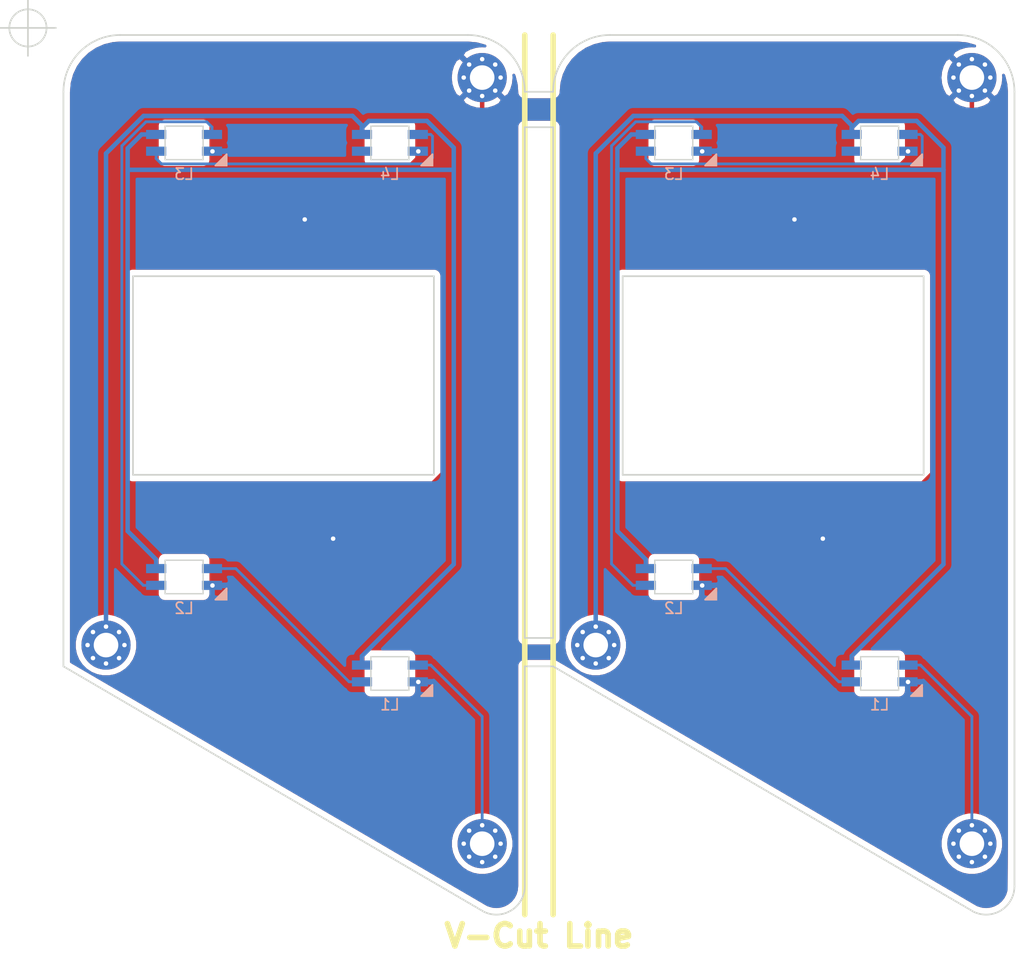
<source format=kicad_pcb>
(kicad_pcb (version 20171130) (host pcbnew 5.1.5+dfsg1-2build2)

  (general
    (thickness 1.6)
    (drawings 33)
    (tracks 124)
    (zones 0)
    (modules 15)
    (nets 10)
  )

  (page A4)
  (layers
    (0 F.Cu signal)
    (31 B.Cu signal)
    (32 B.Adhes user)
    (33 F.Adhes user hide)
    (34 B.Paste user)
    (35 F.Paste user)
    (36 B.SilkS user)
    (37 F.SilkS user)
    (38 B.Mask user)
    (39 F.Mask user hide)
    (40 Dwgs.User user)
    (41 Cmts.User user)
    (42 Eco1.User user)
    (43 Eco2.User user)
    (44 Edge.Cuts user)
    (45 Margin user)
    (46 B.CrtYd user)
    (47 F.CrtYd user)
    (48 B.Fab user)
    (49 F.Fab user)
  )

  (setup
    (last_trace_width 0.25)
    (trace_clearance 0.2)
    (zone_clearance 0.508)
    (zone_45_only no)
    (trace_min 0.2)
    (via_size 0.8)
    (via_drill 0.4)
    (via_min_size 0.4)
    (via_min_drill 0.3)
    (uvia_size 0.3)
    (uvia_drill 0.1)
    (uvias_allowed no)
    (uvia_min_size 0.2)
    (uvia_min_drill 0.1)
    (edge_width 0.15)
    (segment_width 0.2)
    (pcb_text_width 0.3)
    (pcb_text_size 1.5 1.5)
    (mod_edge_width 0.15)
    (mod_text_size 1 1)
    (mod_text_width 0.15)
    (pad_size 0.7 0.7)
    (pad_drill 0.4)
    (pad_to_mask_clearance 0.051)
    (solder_mask_min_width 0.25)
    (aux_axis_origin 12.065 12.065)
    (grid_origin 12.065 12.065)
    (visible_elements FFFFF7FF)
    (pcbplotparams
      (layerselection 0x010f0_ffffffff)
      (usegerberextensions true)
      (usegerberattributes false)
      (usegerberadvancedattributes false)
      (creategerberjobfile false)
      (excludeedgelayer true)
      (linewidth 0.100000)
      (plotframeref false)
      (viasonmask false)
      (mode 1)
      (useauxorigin false)
      (hpglpennumber 1)
      (hpglpenspeed 20)
      (hpglpendiameter 15.000000)
      (psnegative false)
      (psa4output false)
      (plotreference false)
      (plotvalue false)
      (plotinvisibletext false)
      (padsonsilk false)
      (subtractmaskfromsilk false)
      (outputformat 1)
      (mirror false)
      (drillshape 0)
      (scaleselection 1)
      (outputdirectory "garber"))
  )

  (net 0 "")
  (net 1 VCC)
  (net 2 LED)
  (net 3 GND)
  (net 4 "Net-(J4-Pad1)")
  (net 5 "Net-(J3-Pad1)")
  (net 6 "Net-(L1-Pad2)")
  (net 7 "Net-(L2-Pad2)")
  (net 8 "Net-(L3-Pad2)")
  (net 9 "Net-(L4-Pad2)")

  (net_class Default "これはデフォルトのネット クラスです。"
    (clearance 0.2)
    (trace_width 0.25)
    (via_dia 0.8)
    (via_drill 0.4)
    (uvia_dia 0.3)
    (uvia_drill 0.1)
    (add_net LED)
    (add_net "Net-(J3-Pad1)")
    (add_net "Net-(L1-Pad2)")
    (add_net "Net-(L2-Pad2)")
    (add_net "Net-(L3-Pad2)")
    (add_net "Net-(L4-Pad2)")
  )

  (net_class POWER ""
    (clearance 0.2)
    (trace_width 0.4)
    (via_dia 0.8)
    (via_drill 0.4)
    (uvia_dia 0.3)
    (uvia_drill 0.1)
    (add_net GND)
    (add_net "Net-(J4-Pad1)")
    (add_net VCC)
  )

  (module MountingHole:MountingHole_2.2mm_M2_Pad_Via (layer B.Cu) (tedit 5F5F749F) (tstamp 5FD5EB09)
    (at 62.865 67.31 180)
    (descr "Mounting Hole 2.2mm, M2")
    (tags "mounting hole 2.2mm m2")
    (path /5CF4ED45)
    (attr virtual)
    (fp_text reference J4 (at 0 3.2) (layer B.SilkS) hide
      (effects (font (size 1 1) (thickness 0.15)) (justify mirror))
    )
    (fp_text value Conn_01x01 (at 0 -3.2) (layer B.Fab)
      (effects (font (size 1 1) (thickness 0.15)) (justify mirror))
    )
    (fp_text user %R (at 0.3 0) (layer B.Fab)
      (effects (font (size 1 1) (thickness 0.15)) (justify mirror))
    )
    (fp_circle (center 0 0) (end 2.2 0) (layer Cmts.User) (width 0.15))
    (fp_circle (center 0 0) (end 2.45 0) (layer B.CrtYd) (width 0.05))
    (pad 1 thru_hole circle (at 0 0 180) (size 4.4 4.4) (drill 2.2) (layers *.Cu *.Mask)
      (net 1 VCC))
    (pad 1 thru_hole circle (at 1.65 0 180) (size 0.7 0.7) (drill 0.4) (layers *.Cu *.Mask)
      (net 4 "Net-(J4-Pad1)"))
    (pad 1 thru_hole circle (at 1.166726 -1.166726 180) (size 0.7 0.7) (drill 0.4) (layers *.Cu *.Mask)
      (net 4 "Net-(J4-Pad1)"))
    (pad 1 thru_hole circle (at 0 -1.65 180) (size 0.7 0.7) (drill 0.4) (layers *.Cu *.Mask)
      (net 4 "Net-(J4-Pad1)"))
    (pad 1 thru_hole circle (at -1.166726 -1.166726 180) (size 0.7 0.7) (drill 0.4) (layers *.Cu *.Mask)
      (net 1 VCC))
    (pad 1 thru_hole circle (at -1.65 0 180) (size 0.7 0.7) (drill 0.4) (layers *.Cu *.Mask)
      (net 1 VCC))
    (pad 1 thru_hole circle (at -1.166726 1.166726 180) (size 0.7 0.7) (drill 0.4) (layers *.Cu *.Mask)
      (net 1 VCC))
    (pad 1 thru_hole circle (at 0 1.65 180) (size 0.7 0.7) (drill 0.4) (layers *.Cu *.Mask)
      (net 1 VCC))
    (pad 1 thru_hole circle (at 1.166726 1.166726 180) (size 0.7 0.7) (drill 0.4) (layers *.Cu *.Mask)
      (net 4 "Net-(J4-Pad1)"))
  )

  (module MountingHole:MountingHole_2.2mm_M2_Pad_Via (layer B.Cu) (tedit 5F5F699B) (tstamp 5FD5EAD1)
    (at 96.52 85.09 180)
    (descr "Mounting Hole 2.2mm, M2")
    (tags "mounting hole 2.2mm m2")
    (path /5CF2363A)
    (attr virtual)
    (fp_text reference J3 (at 0 3.2) (layer B.SilkS) hide
      (effects (font (size 1 1) (thickness 0.15)) (justify mirror))
    )
    (fp_text value Conn_01x01 (at 0 -3.2) (layer B.Fab)
      (effects (font (size 1 1) (thickness 0.15)) (justify mirror))
    )
    (fp_text user %R (at 0.3 0) (layer B.Fab)
      (effects (font (size 1 1) (thickness 0.15)) (justify mirror))
    )
    (fp_circle (center 0 0) (end 2.2 0) (layer Cmts.User) (width 0.15))
    (fp_circle (center 0 0) (end 2.45 0) (layer B.CrtYd) (width 0.05))
    (pad 1 thru_hole circle (at 0 0 180) (size 4.4 4.4) (drill 2.2) (layers *.Cu *.Mask)
      (net 2 LED))
    (pad 1 thru_hole circle (at 1.65 0 180) (size 0.7 0.7) (drill 0.4) (layers *.Cu *.Mask)
      (net 5 "Net-(J3-Pad1)"))
    (pad 1 thru_hole circle (at 1.166726 -1.166726 180) (size 0.7 0.7) (drill 0.4) (layers *.Cu *.Mask)
      (net 5 "Net-(J3-Pad1)"))
    (pad 1 thru_hole circle (at 0 -1.65 180) (size 0.7 0.7) (drill 0.4) (layers *.Cu *.Mask)
      (net 2 LED))
    (pad 1 thru_hole circle (at -1.166726 -1.166726 180) (size 0.7 0.7) (drill 0.4) (layers *.Cu *.Mask)
      (net 2 LED))
    (pad 1 thru_hole circle (at -1.65 0 180) (size 0.7 0.7) (drill 0.4) (layers *.Cu *.Mask)
      (net 2 LED))
    (pad 1 thru_hole circle (at -1.166726 1.166726 180) (size 0.7 0.7) (drill 0.4) (layers *.Cu *.Mask)
      (net 5 "Net-(J3-Pad1)"))
    (pad 1 thru_hole circle (at 0 1.65 180) (size 0.7 0.7) (drill 0.4) (layers *.Cu *.Mask)
      (net 2 LED))
    (pad 1 thru_hole circle (at 1.166726 1.166726 180) (size 0.7 0.7) (drill 0.4) (layers *.Cu *.Mask)
      (net 5 "Net-(J3-Pad1)"))
  )

  (module Keyboard:YS-SK6812MINI-E (layer B.Cu) (tedit 5E5E2B23) (tstamp 5FD5EA9E)
    (at 69.85 61.214 180)
    (path /5F373FB3)
    (fp_text reference L2 (at 0 -2.8) (layer B.SilkS)
      (effects (font (size 1 1) (thickness 0.15)) (justify mirror))
    )
    (fp_text value YS-SK6812MINI (at 0 -4.2) (layer B.Fab)
      (effects (font (size 1 1) (thickness 0.15)) (justify mirror))
    )
    (fp_poly (pts (xy -3.81 -1.016) (xy -2.794 -2.032) (xy -3.81 -2.032)) (layer B.SilkS) (width 0.15))
    (fp_line (start -1.7 1.5) (end -1.7 -1.5) (layer Edge.Cuts) (width 0.12))
    (fp_line (start -1.7 -1.5) (end 1.7 -1.5) (layer Edge.Cuts) (width 0.12))
    (fp_line (start 1.7 -1.5) (end 1.7 1.5) (layer Edge.Cuts) (width 0.12))
    (fp_line (start 1.7 1.5) (end -1.7 1.5) (layer Edge.Cuts) (width 0.12))
    (fp_text user V (at 4 0.75) (layer Dwgs.User)
      (effects (font (size 1 1) (thickness 0.15)))
    )
    (fp_text user O (at 4 -0.75) (layer Dwgs.User)
      (effects (font (size 1 1) (thickness 0.15)))
    )
    (fp_text user I (at -4 0.75) (layer Dwgs.User)
      (effects (font (size 1 1) (thickness 0.15)))
    )
    (fp_text user G (at -4 -0.75) (layer Dwgs.User)
      (effects (font (size 1 1) (thickness 0.15)))
    )
    (fp_line (start -3.5 1.5) (end -3.5 -1.5) (layer B.CrtYd) (width 0.12))
    (fp_line (start -3.5 -1.5) (end 3.5 -1.5) (layer B.CrtYd) (width 0.12))
    (fp_line (start 3.5 -1.5) (end 3.5 1.5) (layer B.CrtYd) (width 0.12))
    (fp_line (start 3.5 1.5) (end -3.5 1.5) (layer B.CrtYd) (width 0.12))
    (pad 4 smd rect (at -2.5 0.75 180) (size 1.8 0.82) (layers B.Cu B.Paste B.Mask)
      (net 6 "Net-(L1-Pad2)"))
    (pad 3 smd rect (at -2.5 -0.75 180) (size 1.8 0.82) (layers B.Cu B.Paste B.Mask)
      (net 3 GND))
    (pad 2 smd rect (at 2.5 -0.75 180) (size 1.8 0.82) (layers B.Cu B.Paste B.Mask)
      (net 7 "Net-(L2-Pad2)"))
    (pad 1 smd rect (at 2.5 0.75 180) (size 1.8 0.82) (layers B.Cu B.Paste B.Mask)
      (net 1 VCC))
  )

  (module Keyboard:YS-SK6812MINI-E (layer B.Cu) (tedit 5E5E2B23) (tstamp 5FD5EA88)
    (at 88.265 69.85 180)
    (path /5F31AB41)
    (fp_text reference L1 (at 0 -2.8) (layer B.SilkS)
      (effects (font (size 1 1) (thickness 0.15)) (justify mirror))
    )
    (fp_text value YS-SK6812MINI (at 0 -4.2) (layer B.Fab)
      (effects (font (size 1 1) (thickness 0.15)) (justify mirror))
    )
    (fp_poly (pts (xy -3.81 -1.016) (xy -2.794 -2.032) (xy -3.81 -2.032)) (layer B.SilkS) (width 0.15))
    (fp_line (start -1.7 1.5) (end -1.7 -1.5) (layer Edge.Cuts) (width 0.12))
    (fp_line (start -1.7 -1.5) (end 1.7 -1.5) (layer Edge.Cuts) (width 0.12))
    (fp_line (start 1.7 -1.5) (end 1.7 1.5) (layer Edge.Cuts) (width 0.12))
    (fp_line (start 1.7 1.5) (end -1.7 1.5) (layer Edge.Cuts) (width 0.12))
    (fp_text user V (at 4 0.75) (layer Dwgs.User)
      (effects (font (size 1 1) (thickness 0.15)))
    )
    (fp_text user O (at 4 -0.75) (layer Dwgs.User)
      (effects (font (size 1 1) (thickness 0.15)))
    )
    (fp_text user I (at -4 0.75) (layer Dwgs.User)
      (effects (font (size 1 1) (thickness 0.15)))
    )
    (fp_text user G (at -4 -0.75) (layer Dwgs.User)
      (effects (font (size 1 1) (thickness 0.15)))
    )
    (fp_line (start -3.5 1.5) (end -3.5 -1.5) (layer B.CrtYd) (width 0.12))
    (fp_line (start -3.5 -1.5) (end 3.5 -1.5) (layer B.CrtYd) (width 0.12))
    (fp_line (start 3.5 -1.5) (end 3.5 1.5) (layer B.CrtYd) (width 0.12))
    (fp_line (start 3.5 1.5) (end -3.5 1.5) (layer B.CrtYd) (width 0.12))
    (pad 4 smd rect (at -2.5 0.75 180) (size 1.8 0.82) (layers B.Cu B.Paste B.Mask)
      (net 2 LED))
    (pad 3 smd rect (at -2.5 -0.75 180) (size 1.8 0.82) (layers B.Cu B.Paste B.Mask)
      (net 3 GND))
    (pad 2 smd rect (at 2.5 -0.75 180) (size 1.8 0.82) (layers B.Cu B.Paste B.Mask)
      (net 6 "Net-(L1-Pad2)"))
    (pad 1 smd rect (at 2.5 0.75 180) (size 1.8 0.82) (layers B.Cu B.Paste B.Mask)
      (net 1 VCC))
  )

  (module Keyboard:YS-SK6812MINI-E (layer B.Cu) (tedit 5E5E2B23) (tstamp 5FD5EA74)
    (at 69.85 22.352 180)
    (path /5F37A4B0)
    (fp_text reference L3 (at 0 -2.8) (layer B.SilkS)
      (effects (font (size 1 1) (thickness 0.15)) (justify mirror))
    )
    (fp_text value YS-SK6812MINI (at 0 -4.2) (layer B.Fab)
      (effects (font (size 1 1) (thickness 0.15)) (justify mirror))
    )
    (fp_poly (pts (xy -3.81 -1.016) (xy -2.794 -2.032) (xy -3.81 -2.032)) (layer B.SilkS) (width 0.15))
    (fp_line (start -1.7 1.5) (end -1.7 -1.5) (layer Edge.Cuts) (width 0.12))
    (fp_line (start -1.7 -1.5) (end 1.7 -1.5) (layer Edge.Cuts) (width 0.12))
    (fp_line (start 1.7 -1.5) (end 1.7 1.5) (layer Edge.Cuts) (width 0.12))
    (fp_line (start 1.7 1.5) (end -1.7 1.5) (layer Edge.Cuts) (width 0.12))
    (fp_text user V (at 4 0.75) (layer Dwgs.User)
      (effects (font (size 1 1) (thickness 0.15)))
    )
    (fp_text user O (at 4 -0.75) (layer Dwgs.User)
      (effects (font (size 1 1) (thickness 0.15)))
    )
    (fp_text user I (at -4 0.75) (layer Dwgs.User)
      (effects (font (size 1 1) (thickness 0.15)))
    )
    (fp_text user G (at -4 -0.75) (layer Dwgs.User)
      (effects (font (size 1 1) (thickness 0.15)))
    )
    (fp_line (start -3.5 1.5) (end -3.5 -1.5) (layer B.CrtYd) (width 0.12))
    (fp_line (start -3.5 -1.5) (end 3.5 -1.5) (layer B.CrtYd) (width 0.12))
    (fp_line (start 3.5 -1.5) (end 3.5 1.5) (layer B.CrtYd) (width 0.12))
    (fp_line (start 3.5 1.5) (end -3.5 1.5) (layer B.CrtYd) (width 0.12))
    (pad 4 smd rect (at -2.5 0.75 180) (size 1.8 0.82) (layers B.Cu B.Paste B.Mask)
      (net 7 "Net-(L2-Pad2)"))
    (pad 3 smd rect (at -2.5 -0.75 180) (size 1.8 0.82) (layers B.Cu B.Paste B.Mask)
      (net 3 GND))
    (pad 2 smd rect (at 2.5 -0.75 180) (size 1.8 0.82) (layers B.Cu B.Paste B.Mask)
      (net 8 "Net-(L3-Pad2)"))
    (pad 1 smd rect (at 2.5 0.75 180) (size 1.8 0.82) (layers B.Cu B.Paste B.Mask)
      (net 1 VCC))
  )

  (module Keyboard:YS-SK6812MINI-E (layer B.Cu) (tedit 5E5E2B23) (tstamp 5FD5EA60)
    (at 88.265 22.352 180)
    (path /5F37A4B6)
    (fp_text reference L4 (at 0 -2.8) (layer B.SilkS)
      (effects (font (size 1 1) (thickness 0.15)) (justify mirror))
    )
    (fp_text value YS-SK6812MINI (at 0 -4.2) (layer B.Fab)
      (effects (font (size 1 1) (thickness 0.15)) (justify mirror))
    )
    (fp_poly (pts (xy -3.81 -1.016) (xy -2.794 -2.032) (xy -3.81 -2.032)) (layer B.SilkS) (width 0.15))
    (fp_line (start -1.7 1.5) (end -1.7 -1.5) (layer Edge.Cuts) (width 0.12))
    (fp_line (start -1.7 -1.5) (end 1.7 -1.5) (layer Edge.Cuts) (width 0.12))
    (fp_line (start 1.7 -1.5) (end 1.7 1.5) (layer Edge.Cuts) (width 0.12))
    (fp_line (start 1.7 1.5) (end -1.7 1.5) (layer Edge.Cuts) (width 0.12))
    (fp_text user V (at 4 0.75) (layer Dwgs.User)
      (effects (font (size 1 1) (thickness 0.15)))
    )
    (fp_text user O (at 4 -0.75) (layer Dwgs.User)
      (effects (font (size 1 1) (thickness 0.15)))
    )
    (fp_text user I (at -4 0.75) (layer Dwgs.User)
      (effects (font (size 1 1) (thickness 0.15)))
    )
    (fp_text user G (at -4 -0.75) (layer Dwgs.User)
      (effects (font (size 1 1) (thickness 0.15)))
    )
    (fp_line (start -3.5 1.5) (end -3.5 -1.5) (layer B.CrtYd) (width 0.12))
    (fp_line (start -3.5 -1.5) (end 3.5 -1.5) (layer B.CrtYd) (width 0.12))
    (fp_line (start 3.5 -1.5) (end 3.5 1.5) (layer B.CrtYd) (width 0.12))
    (fp_line (start 3.5 1.5) (end -3.5 1.5) (layer B.CrtYd) (width 0.12))
    (pad 4 smd rect (at -2.5 0.75 180) (size 1.8 0.82) (layers B.Cu B.Paste B.Mask)
      (net 8 "Net-(L3-Pad2)"))
    (pad 3 smd rect (at -2.5 -0.75 180) (size 1.8 0.82) (layers B.Cu B.Paste B.Mask)
      (net 3 GND))
    (pad 2 smd rect (at 2.5 -0.75 180) (size 1.8 0.82) (layers B.Cu B.Paste B.Mask)
      (net 9 "Net-(L4-Pad2)"))
    (pad 1 smd rect (at 2.5 0.75 180) (size 1.8 0.82) (layers B.Cu B.Paste B.Mask)
      (net 1 VCC))
  )

  (module MountingHole:MountingHole_2.2mm_M2_Pad_Via (layer B.Cu) (tedit 56DDB9C7) (tstamp 5FD5EA51)
    (at 96.52 16.51 180)
    (descr "Mounting Hole 2.2mm, M2")
    (tags "mounting hole 2.2mm m2")
    (path /5CF48BCC)
    (attr virtual)
    (fp_text reference J5 (at 0 3.2) (layer B.SilkS) hide
      (effects (font (size 1 1) (thickness 0.15)) (justify mirror))
    )
    (fp_text value Conn_01x01 (at 0 -3.2) (layer B.Fab)
      (effects (font (size 1 1) (thickness 0.15)) (justify mirror))
    )
    (fp_circle (center 0 0) (end 2.45 0) (layer B.CrtYd) (width 0.05))
    (fp_circle (center 0 0) (end 2.2 0) (layer Cmts.User) (width 0.15))
    (fp_text user %R (at 0.3 0) (layer B.Fab)
      (effects (font (size 1 1) (thickness 0.15)) (justify mirror))
    )
    (pad 1 thru_hole circle (at 1.166726 1.166726 180) (size 0.7 0.7) (drill 0.4) (layers *.Cu *.Mask)
      (net 3 GND))
    (pad 1 thru_hole circle (at 0 1.65 180) (size 0.7 0.7) (drill 0.4) (layers *.Cu *.Mask)
      (net 3 GND))
    (pad 1 thru_hole circle (at -1.166726 1.166726 180) (size 0.7 0.7) (drill 0.4) (layers *.Cu *.Mask)
      (net 3 GND))
    (pad 1 thru_hole circle (at -1.65 0 180) (size 0.7 0.7) (drill 0.4) (layers *.Cu *.Mask)
      (net 3 GND))
    (pad 1 thru_hole circle (at -1.166726 -1.166726 180) (size 0.7 0.7) (drill 0.4) (layers *.Cu *.Mask)
      (net 3 GND))
    (pad 1 thru_hole circle (at 0 -1.65 180) (size 0.7 0.7) (drill 0.4) (layers *.Cu *.Mask)
      (net 3 GND))
    (pad 1 thru_hole circle (at 1.166726 -1.166726 180) (size 0.7 0.7) (drill 0.4) (layers *.Cu *.Mask)
      (net 3 GND))
    (pad 1 thru_hole circle (at 1.65 0 180) (size 0.7 0.7) (drill 0.4) (layers *.Cu *.Mask)
      (net 3 GND))
    (pad 1 thru_hole circle (at 0 0 180) (size 4.4 4.4) (drill 2.2) (layers *.Cu *.Mask)
      (net 3 GND))
  )

  (module MountingHole:MountingHole_2.2mm_M2_Pad_Via (layer B.Cu) (tedit 5F5F749F) (tstamp 5F5FD72A)
    (at 19.05 67.31 180)
    (descr "Mounting Hole 2.2mm, M2")
    (tags "mounting hole 2.2mm m2")
    (path /5CF4ED45)
    (attr virtual)
    (fp_text reference J4 (at 0 3.2) (layer B.SilkS) hide
      (effects (font (size 1 1) (thickness 0.15)) (justify mirror))
    )
    (fp_text value Conn_01x01 (at 0 -3.2) (layer B.Fab)
      (effects (font (size 1 1) (thickness 0.15)) (justify mirror))
    )
    (fp_circle (center 0 0) (end 2.45 0) (layer B.CrtYd) (width 0.05))
    (fp_circle (center 0 0) (end 2.2 0) (layer Cmts.User) (width 0.15))
    (fp_text user %R (at 0.3 0) (layer B.Fab)
      (effects (font (size 1 1) (thickness 0.15)) (justify mirror))
    )
    (pad 1 thru_hole circle (at 1.166726 1.166726 180) (size 0.7 0.7) (drill 0.4) (layers *.Cu *.Mask)
      (net 4 "Net-(J4-Pad1)"))
    (pad 1 thru_hole circle (at 0 1.65 180) (size 0.7 0.7) (drill 0.4) (layers *.Cu *.Mask)
      (net 1 VCC))
    (pad 1 thru_hole circle (at -1.166726 1.166726 180) (size 0.7 0.7) (drill 0.4) (layers *.Cu *.Mask)
      (net 1 VCC))
    (pad 1 thru_hole circle (at -1.65 0 180) (size 0.7 0.7) (drill 0.4) (layers *.Cu *.Mask)
      (net 1 VCC))
    (pad 1 thru_hole circle (at -1.166726 -1.166726 180) (size 0.7 0.7) (drill 0.4) (layers *.Cu *.Mask)
      (net 1 VCC))
    (pad 1 thru_hole circle (at 0 -1.65 180) (size 0.7 0.7) (drill 0.4) (layers *.Cu *.Mask)
      (net 4 "Net-(J4-Pad1)"))
    (pad 1 thru_hole circle (at 1.166726 -1.166726 180) (size 0.7 0.7) (drill 0.4) (layers *.Cu *.Mask)
      (net 4 "Net-(J4-Pad1)"))
    (pad 1 thru_hole circle (at 1.65 0 180) (size 0.7 0.7) (drill 0.4) (layers *.Cu *.Mask)
      (net 4 "Net-(J4-Pad1)"))
    (pad 1 thru_hole circle (at 0 0 180) (size 4.4 4.4) (drill 2.2) (layers *.Cu *.Mask)
      (net 1 VCC))
  )

  (module MountingHole:MountingHole_2.2mm_M2_Pad_Via (layer B.Cu) (tedit 5F5F699B) (tstamp 5F5FD717)
    (at 52.705 85.09 180)
    (descr "Mounting Hole 2.2mm, M2")
    (tags "mounting hole 2.2mm m2")
    (path /5CF2363A)
    (attr virtual)
    (fp_text reference J3 (at 0 3.2) (layer B.SilkS) hide
      (effects (font (size 1 1) (thickness 0.15)) (justify mirror))
    )
    (fp_text value Conn_01x01 (at 0 -3.2) (layer B.Fab)
      (effects (font (size 1 1) (thickness 0.15)) (justify mirror))
    )
    (fp_circle (center 0 0) (end 2.45 0) (layer B.CrtYd) (width 0.05))
    (fp_circle (center 0 0) (end 2.2 0) (layer Cmts.User) (width 0.15))
    (fp_text user %R (at 0.3 0) (layer B.Fab)
      (effects (font (size 1 1) (thickness 0.15)) (justify mirror))
    )
    (pad 1 thru_hole circle (at 1.166726 1.166726 180) (size 0.7 0.7) (drill 0.4) (layers *.Cu *.Mask)
      (net 5 "Net-(J3-Pad1)"))
    (pad 1 thru_hole circle (at 0 1.65 180) (size 0.7 0.7) (drill 0.4) (layers *.Cu *.Mask)
      (net 2 LED))
    (pad 1 thru_hole circle (at -1.166726 1.166726 180) (size 0.7 0.7) (drill 0.4) (layers *.Cu *.Mask)
      (net 5 "Net-(J3-Pad1)"))
    (pad 1 thru_hole circle (at -1.65 0 180) (size 0.7 0.7) (drill 0.4) (layers *.Cu *.Mask)
      (net 2 LED))
    (pad 1 thru_hole circle (at -1.166726 -1.166726 180) (size 0.7 0.7) (drill 0.4) (layers *.Cu *.Mask)
      (net 2 LED))
    (pad 1 thru_hole circle (at 0 -1.65 180) (size 0.7 0.7) (drill 0.4) (layers *.Cu *.Mask)
      (net 2 LED))
    (pad 1 thru_hole circle (at 1.166726 -1.166726 180) (size 0.7 0.7) (drill 0.4) (layers *.Cu *.Mask)
      (net 5 "Net-(J3-Pad1)"))
    (pad 1 thru_hole circle (at 1.65 0 180) (size 0.7 0.7) (drill 0.4) (layers *.Cu *.Mask)
      (net 5 "Net-(J3-Pad1)"))
    (pad 1 thru_hole circle (at 0 0 180) (size 4.4 4.4) (drill 2.2) (layers *.Cu *.Mask)
      (net 2 LED))
  )

  (module MountingHole:MountingHole_2.2mm_M2_Pad_Via (layer B.Cu) (tedit 56DDB9C7) (tstamp 5F5FD708)
    (at 52.705 16.51 180)
    (descr "Mounting Hole 2.2mm, M2")
    (tags "mounting hole 2.2mm m2")
    (path /5CF48BCC)
    (attr virtual)
    (fp_text reference J5 (at 0 3.2) (layer B.SilkS) hide
      (effects (font (size 1 1) (thickness 0.15)) (justify mirror))
    )
    (fp_text value Conn_01x01 (at 0 -3.2) (layer B.Fab)
      (effects (font (size 1 1) (thickness 0.15)) (justify mirror))
    )
    (fp_text user %R (at 0.3 0) (layer B.Fab)
      (effects (font (size 1 1) (thickness 0.15)) (justify mirror))
    )
    (fp_circle (center 0 0) (end 2.2 0) (layer Cmts.User) (width 0.15))
    (fp_circle (center 0 0) (end 2.45 0) (layer B.CrtYd) (width 0.05))
    (pad 1 thru_hole circle (at 0 0 180) (size 4.4 4.4) (drill 2.2) (layers *.Cu *.Mask)
      (net 3 GND))
    (pad 1 thru_hole circle (at 1.65 0 180) (size 0.7 0.7) (drill 0.4) (layers *.Cu *.Mask)
      (net 3 GND))
    (pad 1 thru_hole circle (at 1.166726 -1.166726 180) (size 0.7 0.7) (drill 0.4) (layers *.Cu *.Mask)
      (net 3 GND))
    (pad 1 thru_hole circle (at 0 -1.65 180) (size 0.7 0.7) (drill 0.4) (layers *.Cu *.Mask)
      (net 3 GND))
    (pad 1 thru_hole circle (at -1.166726 -1.166726 180) (size 0.7 0.7) (drill 0.4) (layers *.Cu *.Mask)
      (net 3 GND))
    (pad 1 thru_hole circle (at -1.65 0 180) (size 0.7 0.7) (drill 0.4) (layers *.Cu *.Mask)
      (net 3 GND))
    (pad 1 thru_hole circle (at -1.166726 1.166726 180) (size 0.7 0.7) (drill 0.4) (layers *.Cu *.Mask)
      (net 3 GND))
    (pad 1 thru_hole circle (at 0 1.65 180) (size 0.7 0.7) (drill 0.4) (layers *.Cu *.Mask)
      (net 3 GND))
    (pad 1 thru_hole circle (at 1.166726 1.166726 180) (size 0.7 0.7) (drill 0.4) (layers *.Cu *.Mask)
      (net 3 GND))
  )

  (module Keyboard:YS-SK6812MINI-E (layer B.Cu) (tedit 5E5E2B23) (tstamp 5F5FD6F4)
    (at 26.035 61.214 180)
    (path /5F373FB3)
    (fp_text reference L2 (at 0 -2.8) (layer B.SilkS)
      (effects (font (size 1 1) (thickness 0.15)) (justify mirror))
    )
    (fp_text value YS-SK6812MINI (at 0 -4.2) (layer B.Fab)
      (effects (font (size 1 1) (thickness 0.15)) (justify mirror))
    )
    (fp_line (start 3.5 1.5) (end -3.5 1.5) (layer B.CrtYd) (width 0.12))
    (fp_line (start 3.5 -1.5) (end 3.5 1.5) (layer B.CrtYd) (width 0.12))
    (fp_line (start -3.5 -1.5) (end 3.5 -1.5) (layer B.CrtYd) (width 0.12))
    (fp_line (start -3.5 1.5) (end -3.5 -1.5) (layer B.CrtYd) (width 0.12))
    (fp_text user G (at -4 -0.75) (layer Dwgs.User)
      (effects (font (size 1 1) (thickness 0.15)))
    )
    (fp_text user I (at -4 0.75) (layer Dwgs.User)
      (effects (font (size 1 1) (thickness 0.15)))
    )
    (fp_text user O (at 4 -0.75) (layer Dwgs.User)
      (effects (font (size 1 1) (thickness 0.15)))
    )
    (fp_text user V (at 4 0.75) (layer Dwgs.User)
      (effects (font (size 1 1) (thickness 0.15)))
    )
    (fp_line (start 1.7 1.5) (end -1.7 1.5) (layer Edge.Cuts) (width 0.12))
    (fp_line (start 1.7 -1.5) (end 1.7 1.5) (layer Edge.Cuts) (width 0.12))
    (fp_line (start -1.7 -1.5) (end 1.7 -1.5) (layer Edge.Cuts) (width 0.12))
    (fp_line (start -1.7 1.5) (end -1.7 -1.5) (layer Edge.Cuts) (width 0.12))
    (fp_poly (pts (xy -3.81 -1.016) (xy -2.794 -2.032) (xy -3.81 -2.032)) (layer B.SilkS) (width 0.15))
    (pad 1 smd rect (at 2.5 0.75 180) (size 1.8 0.82) (layers B.Cu B.Paste B.Mask)
      (net 1 VCC))
    (pad 2 smd rect (at 2.5 -0.75 180) (size 1.8 0.82) (layers B.Cu B.Paste B.Mask)
      (net 7 "Net-(L2-Pad2)"))
    (pad 3 smd rect (at -2.5 -0.75 180) (size 1.8 0.82) (layers B.Cu B.Paste B.Mask)
      (net 3 GND))
    (pad 4 smd rect (at -2.5 0.75 180) (size 1.8 0.82) (layers B.Cu B.Paste B.Mask)
      (net 6 "Net-(L1-Pad2)"))
  )

  (module Keyboard:YS-SK6812MINI-E (layer B.Cu) (tedit 5E5E2B23) (tstamp 5F5FD6E0)
    (at 26.035 22.352 180)
    (path /5F37A4B0)
    (fp_text reference L3 (at 0 -2.8) (layer B.SilkS)
      (effects (font (size 1 1) (thickness 0.15)) (justify mirror))
    )
    (fp_text value YS-SK6812MINI (at 0 -4.2) (layer B.Fab)
      (effects (font (size 1 1) (thickness 0.15)) (justify mirror))
    )
    (fp_line (start 3.5 1.5) (end -3.5 1.5) (layer B.CrtYd) (width 0.12))
    (fp_line (start 3.5 -1.5) (end 3.5 1.5) (layer B.CrtYd) (width 0.12))
    (fp_line (start -3.5 -1.5) (end 3.5 -1.5) (layer B.CrtYd) (width 0.12))
    (fp_line (start -3.5 1.5) (end -3.5 -1.5) (layer B.CrtYd) (width 0.12))
    (fp_text user G (at -4 -0.75) (layer Dwgs.User)
      (effects (font (size 1 1) (thickness 0.15)))
    )
    (fp_text user I (at -4 0.75) (layer Dwgs.User)
      (effects (font (size 1 1) (thickness 0.15)))
    )
    (fp_text user O (at 4 -0.75) (layer Dwgs.User)
      (effects (font (size 1 1) (thickness 0.15)))
    )
    (fp_text user V (at 4 0.75) (layer Dwgs.User)
      (effects (font (size 1 1) (thickness 0.15)))
    )
    (fp_line (start 1.7 1.5) (end -1.7 1.5) (layer Edge.Cuts) (width 0.12))
    (fp_line (start 1.7 -1.5) (end 1.7 1.5) (layer Edge.Cuts) (width 0.12))
    (fp_line (start -1.7 -1.5) (end 1.7 -1.5) (layer Edge.Cuts) (width 0.12))
    (fp_line (start -1.7 1.5) (end -1.7 -1.5) (layer Edge.Cuts) (width 0.12))
    (fp_poly (pts (xy -3.81 -1.016) (xy -2.794 -2.032) (xy -3.81 -2.032)) (layer B.SilkS) (width 0.15))
    (pad 1 smd rect (at 2.5 0.75 180) (size 1.8 0.82) (layers B.Cu B.Paste B.Mask)
      (net 1 VCC))
    (pad 2 smd rect (at 2.5 -0.75 180) (size 1.8 0.82) (layers B.Cu B.Paste B.Mask)
      (net 8 "Net-(L3-Pad2)"))
    (pad 3 smd rect (at -2.5 -0.75 180) (size 1.8 0.82) (layers B.Cu B.Paste B.Mask)
      (net 3 GND))
    (pad 4 smd rect (at -2.5 0.75 180) (size 1.8 0.82) (layers B.Cu B.Paste B.Mask)
      (net 7 "Net-(L2-Pad2)"))
  )

  (module Keyboard:YS-SK6812MINI-E (layer B.Cu) (tedit 5E5E2B23) (tstamp 5F5FD6CC)
    (at 44.45 69.85 180)
    (path /5F31AB41)
    (fp_text reference L1 (at 0 -2.8) (layer B.SilkS)
      (effects (font (size 1 1) (thickness 0.15)) (justify mirror))
    )
    (fp_text value YS-SK6812MINI (at 0 -4.2) (layer B.Fab)
      (effects (font (size 1 1) (thickness 0.15)) (justify mirror))
    )
    (fp_line (start 3.5 1.5) (end -3.5 1.5) (layer B.CrtYd) (width 0.12))
    (fp_line (start 3.5 -1.5) (end 3.5 1.5) (layer B.CrtYd) (width 0.12))
    (fp_line (start -3.5 -1.5) (end 3.5 -1.5) (layer B.CrtYd) (width 0.12))
    (fp_line (start -3.5 1.5) (end -3.5 -1.5) (layer B.CrtYd) (width 0.12))
    (fp_text user G (at -4 -0.75) (layer Dwgs.User)
      (effects (font (size 1 1) (thickness 0.15)))
    )
    (fp_text user I (at -4 0.75) (layer Dwgs.User)
      (effects (font (size 1 1) (thickness 0.15)))
    )
    (fp_text user O (at 4 -0.75) (layer Dwgs.User)
      (effects (font (size 1 1) (thickness 0.15)))
    )
    (fp_text user V (at 4 0.75) (layer Dwgs.User)
      (effects (font (size 1 1) (thickness 0.15)))
    )
    (fp_line (start 1.7 1.5) (end -1.7 1.5) (layer Edge.Cuts) (width 0.12))
    (fp_line (start 1.7 -1.5) (end 1.7 1.5) (layer Edge.Cuts) (width 0.12))
    (fp_line (start -1.7 -1.5) (end 1.7 -1.5) (layer Edge.Cuts) (width 0.12))
    (fp_line (start -1.7 1.5) (end -1.7 -1.5) (layer Edge.Cuts) (width 0.12))
    (fp_poly (pts (xy -3.81 -1.016) (xy -2.794 -2.032) (xy -3.81 -2.032)) (layer B.SilkS) (width 0.15))
    (pad 1 smd rect (at 2.5 0.75 180) (size 1.8 0.82) (layers B.Cu B.Paste B.Mask)
      (net 1 VCC))
    (pad 2 smd rect (at 2.5 -0.75 180) (size 1.8 0.82) (layers B.Cu B.Paste B.Mask)
      (net 6 "Net-(L1-Pad2)"))
    (pad 3 smd rect (at -2.5 -0.75 180) (size 1.8 0.82) (layers B.Cu B.Paste B.Mask)
      (net 3 GND))
    (pad 4 smd rect (at -2.5 0.75 180) (size 1.8 0.82) (layers B.Cu B.Paste B.Mask)
      (net 2 LED))
  )

  (module Keyboard:YS-SK6812MINI-E (layer B.Cu) (tedit 5E5E2B23) (tstamp 5F5FD6B8)
    (at 44.45 22.352 180)
    (path /5F37A4B6)
    (fp_text reference L4 (at 0 -2.8) (layer B.SilkS)
      (effects (font (size 1 1) (thickness 0.15)) (justify mirror))
    )
    (fp_text value YS-SK6812MINI (at 0 -4.2) (layer B.Fab)
      (effects (font (size 1 1) (thickness 0.15)) (justify mirror))
    )
    (fp_line (start 3.5 1.5) (end -3.5 1.5) (layer B.CrtYd) (width 0.12))
    (fp_line (start 3.5 -1.5) (end 3.5 1.5) (layer B.CrtYd) (width 0.12))
    (fp_line (start -3.5 -1.5) (end 3.5 -1.5) (layer B.CrtYd) (width 0.12))
    (fp_line (start -3.5 1.5) (end -3.5 -1.5) (layer B.CrtYd) (width 0.12))
    (fp_text user G (at -4 -0.75) (layer Dwgs.User)
      (effects (font (size 1 1) (thickness 0.15)))
    )
    (fp_text user I (at -4 0.75) (layer Dwgs.User)
      (effects (font (size 1 1) (thickness 0.15)))
    )
    (fp_text user O (at 4 -0.75) (layer Dwgs.User)
      (effects (font (size 1 1) (thickness 0.15)))
    )
    (fp_text user V (at 4 0.75) (layer Dwgs.User)
      (effects (font (size 1 1) (thickness 0.15)))
    )
    (fp_line (start 1.7 1.5) (end -1.7 1.5) (layer Edge.Cuts) (width 0.12))
    (fp_line (start 1.7 -1.5) (end 1.7 1.5) (layer Edge.Cuts) (width 0.12))
    (fp_line (start -1.7 -1.5) (end 1.7 -1.5) (layer Edge.Cuts) (width 0.12))
    (fp_line (start -1.7 1.5) (end -1.7 -1.5) (layer Edge.Cuts) (width 0.12))
    (fp_poly (pts (xy -3.81 -1.016) (xy -2.794 -2.032) (xy -3.81 -2.032)) (layer B.SilkS) (width 0.15))
    (pad 1 smd rect (at 2.5 0.75 180) (size 1.8 0.82) (layers B.Cu B.Paste B.Mask)
      (net 1 VCC))
    (pad 2 smd rect (at 2.5 -0.75 180) (size 1.8 0.82) (layers B.Cu B.Paste B.Mask)
      (net 9 "Net-(L4-Pad2)"))
    (pad 3 smd rect (at -2.5 -0.75 180) (size 1.8 0.82) (layers B.Cu B.Paste B.Mask)
      (net 3 GND))
    (pad 4 smd rect (at -2.5 0.75 180) (size 1.8 0.82) (layers B.Cu B.Paste B.Mask)
      (net 8 "Net-(L3-Pad2)"))
  )

  (module "" (layer F.Cu) (tedit 0) (tstamp 0)
    (at 18.415 34.29)
    (fp_text reference "" (at 58.674 45.085) (layer F.SilkS)
      (effects (font (size 1.27 1.27) (thickness 0.15)))
    )
    (fp_text value "" (at 58.674 45.085) (layer F.SilkS)
      (effects (font (size 1.27 1.27) (thickness 0.15)))
    )
  )

  (gr_poly (pts (xy 194.31 69.215) (xy 156.21 91.44) (xy 153.035 91.44) (xy 153.035 69.215) (xy 150.495 69.215) (xy 113.03 91.44) (xy 109.22 91.44) (xy 109.22 12.7) (xy 194.31 12.7)) (layer F.Mask) (width 0.1))
  (gr_poly (pts (xy 100.33 91.44) (xy 97.155 91.44) (xy 59.055 69.215) (xy 56.515 69.215) (xy 56.515 91.44) (xy 53.34 91.44) (xy 15.24 69.215) (xy 15.24 12.7) (xy 100.33 12.7)) (layer F.Mask) (width 0.1))
  (gr_text "V-Cut Line" (at 57.785 93.345) (layer F.SilkS)
    (effects (font (size 2 2) (thickness 0.5)))
  )
  (gr_line (start 59.055 12.7) (end 59.055 91.44) (layer F.SilkS) (width 0.5) (tstamp 5FD5EBF4))
  (gr_line (start 56.515 12.7) (end 56.515 91.44) (layer F.SilkS) (width 0.5))
  (gr_line (start 56.515 69.215) (end 56.515 88.9) (layer Edge.Cuts) (width 0.15) (tstamp 5FD5EBEC))
  (gr_line (start 56.515 66.675) (end 59.055 66.675) (layer Edge.Cuts) (width 0.15))
  (gr_line (start 59.055 69.215) (end 56.515 69.215) (layer Edge.Cuts) (width 0.15))
  (gr_line (start 56.515 20.955) (end 59.055 20.955) (layer Edge.Cuts) (width 0.15) (tstamp 5FD5EBE7))
  (gr_line (start 56.515 17.78) (end 59.055 17.78) (layer Edge.Cuts) (width 0.15) (tstamp 5FD5EBE6))
  (gr_line (start 64.135 12.7) (end 95.25 12.7) (layer Edge.Cuts) (width 0.15) (tstamp 5FD5EB05))
  (gr_arc (start 64.135 17.78) (end 64.135 12.7) (angle -90) (layer Edge.Cuts) (width 0.15) (tstamp 5FD5EB04))
  (gr_arc (start 95.25 17.78) (end 100.33 17.78) (angle -90) (layer Edge.Cuts) (width 0.15) (tstamp 5FD5EB03))
  (gr_arc (start 97.79 88.9) (end 100.33 88.9) (angle 116.5650613) (layer Edge.Cuts) (width 0.15) (tstamp 5FD5EB02))
  (gr_line (start 100.33 88.9) (end 100.33 17.78) (layer Edge.Cuts) (width 0.15) (tstamp 5FD5EB01))
  (gr_line (start 96.654077 91.171845) (end 59.055 69.215) (layer Edge.Cuts) (width 0.15) (tstamp 5FD5EB00))
  (gr_line (start 59.055 66.675) (end 59.055 20.955) (layer Edge.Cuts) (width 0.15) (tstamp 5FD5EAFF))
  (gr_line (start 65.278 34.29) (end 92.202 34.29) (layer Edge.Cuts) (width 0.15) (tstamp 5FD5EAE6))
  (gr_line (start 92.202 34.29) (end 92.202 52.07) (layer Edge.Cuts) (width 0.15) (tstamp 5FD5EAE5))
  (gr_line (start 92.202 52.07) (end 65.278 52.07) (layer Edge.Cuts) (width 0.15) (tstamp 5FD5EA9D))
  (gr_line (start 65.278 52.07) (end 65.278 34.29) (layer Edge.Cuts) (width 0.15) (tstamp 5FD5EA9C))
  (gr_line (start 48.387 52.07) (end 21.463 52.07) (layer Edge.Cuts) (width 0.15) (tstamp 5F5FD729))
  (gr_line (start 21.463 52.07) (end 21.463 34.29) (layer Edge.Cuts) (width 0.15) (tstamp 5F5FD728))
  (gr_line (start 48.387 34.29) (end 48.387 52.07) (layer Edge.Cuts) (width 0.15) (tstamp 5F5FD727))
  (gr_line (start 21.463 34.29) (end 48.387 34.29) (layer Edge.Cuts) (width 0.15) (tstamp 5F5FD726))
  (gr_line (start 15.24 69.215) (end 15.24 17.78) (layer Edge.Cuts) (width 0.15) (tstamp 5F5FCD70))
  (gr_line (start 52.839077 91.171845) (end 15.24 69.215) (layer Edge.Cuts) (width 0.15))
  (gr_line (start 56.515 66.675) (end 56.515 20.955) (layer Edge.Cuts) (width 0.15) (tstamp 5F5FCD6F))
  (gr_arc (start 53.975 88.9) (end 56.515 88.9) (angle 116.5650613) (layer Edge.Cuts) (width 0.15) (tstamp 5F5FCD59))
  (gr_arc (start 51.435 17.78) (end 56.515 17.78) (angle -90) (layer Edge.Cuts) (width 0.15) (tstamp 5F5FCD4D))
  (gr_arc (start 20.32 17.78) (end 20.32 12.7) (angle -90) (layer Edge.Cuts) (width 0.15) (tstamp 5F5FCD4C))
  (gr_line (start 20.32 12.7) (end 51.435 12.7) (layer Edge.Cuts) (width 0.15) (tstamp 5F5FCD4B))
  (target plus (at 12.065 12.065) (size 5) (width 0.15) (layer Edge.Cuts))

  (segment (start 22.235 21.602) (end 23.535 21.602) (width 0.4) (layer B.Cu) (net 1))
  (segment (start 20.98799 22.84901) (end 22.235 21.602) (width 0.4) (layer B.Cu) (net 1))
  (segment (start 23.535 59.654) (end 20.98799 57.10699) (width 0.4) (layer B.Cu) (net 1))
  (segment (start 23.535 60.464) (end 23.535 59.654) (width 0.4) (layer B.Cu) (net 1))
  (segment (start 41.95 68.29) (end 41.95 69.1) (width 0.4) (layer B.Cu) (net 1))
  (segment (start 50.165 60.075) (end 41.95 68.29) (width 0.4) (layer B.Cu) (net 1))
  (segment (start 47.769992 20.39199) (end 50.165 22.786998) (width 0.4) (layer B.Cu) (net 1))
  (segment (start 42.559458 20.39199) (end 47.769992 20.39199) (width 0.4) (layer B.Cu) (net 1))
  (segment (start 41.95 21.001448) (end 42.559458 20.39199) (width 0.4) (layer B.Cu) (net 1))
  (segment (start 41.95 21.602) (end 41.95 21.001448) (width 0.4) (layer B.Cu) (net 1))
  (segment (start 41.95 20.792) (end 41.95 21.602) (width 0.4) (layer B.Cu) (net 1))
  (segment (start 41.09998 19.94198) (end 41.95 20.792) (width 0.4) (layer B.Cu) (net 1))
  (segment (start 22.410068 19.94198) (end 41.09998 19.94198) (width 0.4) (layer B.Cu) (net 1))
  (segment (start 19.05 23.302048) (end 22.410068 19.94198) (width 0.4) (layer B.Cu) (net 1))
  (segment (start 19.05 67.31) (end 19.05 23.302048) (width 0.4) (layer B.Cu) (net 1))
  (segment (start 50.165 24.765) (end 21.02098 24.765) (width 0.4) (layer B.Cu) (net 1))
  (segment (start 20.98799 24.73201) (end 20.98799 22.84901) (width 0.4) (layer B.Cu) (net 1))
  (segment (start 20.98799 57.10699) (end 20.98799 24.73201) (width 0.4) (layer B.Cu) (net 1))
  (segment (start 50.165 22.786998) (end 50.165 24.765) (width 0.4) (layer B.Cu) (net 1))
  (segment (start 21.02098 24.765) (end 20.98799 24.73201) (width 0.4) (layer B.Cu) (net 1))
  (segment (start 50.165 24.765) (end 50.165 60.075) (width 0.4) (layer B.Cu) (net 1))
  (segment (start 86.374458 20.39199) (end 91.584992 20.39199) (width 0.4) (layer B.Cu) (net 1) (tstamp 5FD5EAC1))
  (segment (start 85.765 21.001448) (end 86.374458 20.39199) (width 0.4) (layer B.Cu) (net 1) (tstamp 5FD5EAC2))
  (segment (start 85.765 21.602) (end 85.765 21.001448) (width 0.4) (layer B.Cu) (net 1) (tstamp 5FD5EAC3))
  (segment (start 85.765 20.792) (end 85.765 21.602) (width 0.4) (layer B.Cu) (net 1) (tstamp 5FD5EAC4))
  (segment (start 84.91498 19.94198) (end 85.765 20.792) (width 0.4) (layer B.Cu) (net 1) (tstamp 5FD5EAC5))
  (segment (start 64.83598 24.765) (end 64.80299 24.73201) (width 0.4) (layer B.Cu) (net 1) (tstamp 5FD5EAE7))
  (segment (start 93.98 24.765) (end 93.98 60.075) (width 0.4) (layer B.Cu) (net 1) (tstamp 5FD5EAE8))
  (segment (start 67.35 59.654) (end 64.80299 57.10699) (width 0.4) (layer B.Cu) (net 1) (tstamp 5FD5EAE9))
  (segment (start 67.35 60.464) (end 67.35 59.654) (width 0.4) (layer B.Cu) (net 1) (tstamp 5FD5EAED))
  (segment (start 85.765 68.29) (end 85.765 69.1) (width 0.4) (layer B.Cu) (net 1) (tstamp 5FD5EAEE))
  (segment (start 93.98 60.075) (end 85.765 68.29) (width 0.4) (layer B.Cu) (net 1) (tstamp 5FD5EAEF))
  (segment (start 91.584992 20.39199) (end 93.98 22.786998) (width 0.4) (layer B.Cu) (net 1) (tstamp 5FD5EAF0))
  (segment (start 66.225068 19.94198) (end 84.91498 19.94198) (width 0.4) (layer B.Cu) (net 1) (tstamp 5FD5EAF7))
  (segment (start 62.865 23.302048) (end 66.225068 19.94198) (width 0.4) (layer B.Cu) (net 1) (tstamp 5FD5EAF8))
  (segment (start 66.05 21.602) (end 67.35 21.602) (width 0.4) (layer B.Cu) (net 1) (tstamp 5FD5EAF9))
  (segment (start 64.80299 22.84901) (end 66.05 21.602) (width 0.4) (layer B.Cu) (net 1) (tstamp 5FD5EAFA))
  (segment (start 64.80299 24.73201) (end 64.80299 22.84901) (width 0.4) (layer B.Cu) (net 1) (tstamp 5FD5EAFB))
  (segment (start 64.80299 57.10699) (end 64.80299 24.73201) (width 0.4) (layer B.Cu) (net 1) (tstamp 5FD5EAFC))
  (segment (start 62.865 67.31) (end 62.865 23.302048) (width 0.4) (layer B.Cu) (net 1) (tstamp 5FD5EB06))
  (segment (start 93.98 22.786998) (end 93.98 24.765) (width 0.4) (layer B.Cu) (net 1) (tstamp 5FD5EB07))
  (segment (start 93.98 24.765) (end 64.83598 24.765) (width 0.4) (layer B.Cu) (net 1) (tstamp 5FD5EB08))
  (segment (start 48.1 69.1) (end 46.95 69.1) (width 0.25) (layer B.Cu) (net 2))
  (segment (start 52.705 73.705) (end 48.1 69.1) (width 0.25) (layer B.Cu) (net 2))
  (segment (start 52.705 85.09) (end 52.705 73.705) (width 0.25) (layer B.Cu) (net 2))
  (segment (start 91.915 69.1) (end 90.765 69.1) (width 0.25) (layer B.Cu) (net 2) (tstamp 5FD5EAEA))
  (segment (start 96.52 73.705) (end 91.915 69.1) (width 0.25) (layer B.Cu) (net 2) (tstamp 5FD5EAEB))
  (segment (start 96.52 85.09) (end 96.52 73.705) (width 0.25) (layer B.Cu) (net 2) (tstamp 5FD5EAEC))
  (via (at 28.575 23.114) (size 0.8) (drill 0.4) (layers F.Cu B.Cu) (net 3))
  (via (at 46.99 23.114) (size 0.8) (drill 0.4) (layers F.Cu B.Cu) (net 3))
  (via (at 46.99 70.612) (size 0.8) (drill 0.4) (layers F.Cu B.Cu) (net 3))
  (via (at 28.575 61.976) (size 0.8) (drill 0.4) (layers F.Cu B.Cu) (net 3))
  (segment (start 46.99 22.225) (end 46.99 23.114) (width 0.4) (layer F.Cu) (net 3))
  (segment (start 52.705 16.51) (end 46.99 22.225) (width 0.4) (layer F.Cu) (net 3))
  (segment (start 46.99 23.679685) (end 46.99 23.114) (width 0.4) (layer F.Cu) (net 3))
  (segment (start 46.357675 24.31201) (end 46.99 23.679685) (width 0.4) (layer F.Cu) (net 3))
  (segment (start 29.77301 24.31201) (end 46.357675 24.31201) (width 0.4) (layer F.Cu) (net 3))
  (segment (start 28.575 23.114) (end 29.77301 24.31201) (width 0.4) (layer F.Cu) (net 3))
  (segment (start 52.705 19.621269) (end 52.705 16.51) (width 0.4) (layer F.Cu) (net 3))
  (segment (start 47.555685 70.612) (end 52.705 65.462685) (width 0.4) (layer F.Cu) (net 3))
  (segment (start 46.99 70.612) (end 47.555685 70.612) (width 0.4) (layer F.Cu) (net 3))
  (segment (start 52.705 48.423765) (end 52.705 45.72) (width 0.4) (layer F.Cu) (net 3))
  (segment (start 39.152765 61.976) (end 52.705 48.423765) (width 0.4) (layer F.Cu) (net 3))
  (segment (start 28.575 61.976) (end 39.152765 61.976) (width 0.4) (layer F.Cu) (net 3))
  (segment (start 52.705 45.72) (end 52.705 19.621269) (width 0.4) (layer F.Cu) (net 3))
  (segment (start 52.705 65.462685) (end 52.705 45.72) (width 0.4) (layer F.Cu) (net 3))
  (via (at 39.37 57.785) (size 0.8) (drill 0.4) (layers F.Cu B.Cu) (net 3))
  (via (at 36.83 29.21) (size 0.8) (drill 0.4) (layers F.Cu B.Cu) (net 3))
  (via (at 72.39 23.114) (size 0.8) (drill 0.4) (layers F.Cu B.Cu) (net 3) (tstamp 5FD5EABA))
  (via (at 90.805 23.114) (size 0.8) (drill 0.4) (layers F.Cu B.Cu) (net 3) (tstamp 5FD5EABB))
  (via (at 90.805 70.612) (size 0.8) (drill 0.4) (layers F.Cu B.Cu) (net 3) (tstamp 5FD5EABC))
  (via (at 72.39 61.976) (size 0.8) (drill 0.4) (layers F.Cu B.Cu) (net 3) (tstamp 5FD5EABD))
  (segment (start 90.805 22.225) (end 90.805 23.114) (width 0.4) (layer F.Cu) (net 3) (tstamp 5FD5EABE))
  (segment (start 96.52 16.51) (end 90.805 22.225) (width 0.4) (layer F.Cu) (net 3) (tstamp 5FD5EABF))
  (segment (start 90.805 23.679685) (end 90.805 23.114) (width 0.4) (layer F.Cu) (net 3) (tstamp 5FD5EAC0))
  (segment (start 90.172675 24.31201) (end 90.805 23.679685) (width 0.4) (layer F.Cu) (net 3) (tstamp 5FD5EAE0))
  (segment (start 73.58801 24.31201) (end 90.172675 24.31201) (width 0.4) (layer F.Cu) (net 3) (tstamp 5FD5EAE1))
  (segment (start 72.39 23.114) (end 73.58801 24.31201) (width 0.4) (layer F.Cu) (net 3) (tstamp 5FD5EAE2))
  (segment (start 96.52 19.621269) (end 96.52 16.51) (width 0.4) (layer F.Cu) (net 3) (tstamp 5FD5EAE3))
  (segment (start 91.370685 70.612) (end 96.52 65.462685) (width 0.4) (layer F.Cu) (net 3) (tstamp 5FD5EAE4))
  (segment (start 90.805 70.612) (end 91.370685 70.612) (width 0.4) (layer F.Cu) (net 3) (tstamp 5FD5EAF1))
  (segment (start 96.52 48.423765) (end 96.52 45.72) (width 0.4) (layer F.Cu) (net 3) (tstamp 5FD5EAF2))
  (segment (start 82.967765 61.976) (end 96.52 48.423765) (width 0.4) (layer F.Cu) (net 3) (tstamp 5FD5EAF3))
  (segment (start 72.39 61.976) (end 82.967765 61.976) (width 0.4) (layer F.Cu) (net 3) (tstamp 5FD5EAF4))
  (segment (start 96.52 45.72) (end 96.52 19.621269) (width 0.4) (layer F.Cu) (net 3) (tstamp 5FD5EAF5))
  (segment (start 96.52 65.462685) (end 96.52 45.72) (width 0.4) (layer F.Cu) (net 3) (tstamp 5FD5EAF6))
  (via (at 83.185 57.785) (size 0.8) (drill 0.4) (layers F.Cu B.Cu) (net 3) (tstamp 5FD5EAFD))
  (via (at 80.645 29.21) (size 0.8) (drill 0.4) (layers F.Cu B.Cu) (net 3) (tstamp 5FD5EAFE))
  (segment (start 29.685 60.464) (end 28.535 60.464) (width 0.25) (layer B.Cu) (net 6))
  (segment (start 30.664 60.464) (end 29.685 60.464) (width 0.25) (layer B.Cu) (net 6))
  (segment (start 40.8 70.6) (end 30.664 60.464) (width 0.25) (layer B.Cu) (net 6))
  (segment (start 41.95 70.6) (end 40.8 70.6) (width 0.25) (layer B.Cu) (net 6))
  (segment (start 85.765 70.6) (end 84.615 70.6) (width 0.25) (layer B.Cu) (net 6) (tstamp 5FD5EAB9))
  (segment (start 73.5 60.464) (end 72.35 60.464) (width 0.25) (layer B.Cu) (net 6) (tstamp 5FD5EAC9))
  (segment (start 74.479 60.464) (end 73.5 60.464) (width 0.25) (layer B.Cu) (net 6) (tstamp 5FD5EACA))
  (segment (start 84.615 70.6) (end 74.479 60.464) (width 0.25) (layer B.Cu) (net 6) (tstamp 5FD5EACB))
  (segment (start 22.385 61.964) (end 23.535 61.964) (width 0.25) (layer B.Cu) (net 7))
  (segment (start 20.46298 60.04198) (end 22.385 61.964) (width 0.25) (layer B.Cu) (net 7))
  (segment (start 22.627534 20.46699) (end 20.46298 22.631544) (width 0.25) (layer B.Cu) (net 7))
  (segment (start 28.05999 20.46699) (end 22.627534 20.46699) (width 0.25) (layer B.Cu) (net 7))
  (segment (start 28.535 20.942) (end 28.05999 20.46699) (width 0.25) (layer B.Cu) (net 7))
  (segment (start 20.46298 22.631544) (end 20.46298 60.04198) (width 0.25) (layer B.Cu) (net 7))
  (segment (start 28.535 21.602) (end 28.535 20.942) (width 0.25) (layer B.Cu) (net 7))
  (segment (start 64.27798 22.631544) (end 64.27798 60.04198) (width 0.25) (layer B.Cu) (net 7) (tstamp 5FD5EAB2))
  (segment (start 72.35 21.602) (end 72.35 20.942) (width 0.25) (layer B.Cu) (net 7) (tstamp 5FD5EAB3))
  (segment (start 66.2 61.964) (end 67.35 61.964) (width 0.25) (layer B.Cu) (net 7) (tstamp 5FD5EAB4))
  (segment (start 64.27798 60.04198) (end 66.2 61.964) (width 0.25) (layer B.Cu) (net 7) (tstamp 5FD5EAB5))
  (segment (start 66.442534 20.46699) (end 64.27798 22.631544) (width 0.25) (layer B.Cu) (net 7) (tstamp 5FD5EAB6))
  (segment (start 71.87499 20.46699) (end 66.442534 20.46699) (width 0.25) (layer B.Cu) (net 7) (tstamp 5FD5EAB7))
  (segment (start 72.35 20.942) (end 71.87499 20.46699) (width 0.25) (layer B.Cu) (net 7) (tstamp 5FD5EAB8))
  (segment (start 48.1 21.602) (end 46.95 21.602) (width 0.25) (layer B.Cu) (net 8))
  (segment (start 48.26 21.762) (end 48.1 21.602) (width 0.25) (layer B.Cu) (net 8))
  (segment (start 48.26 23.687002) (end 48.26 21.762) (width 0.25) (layer B.Cu) (net 8))
  (segment (start 47.709992 24.23701) (end 48.26 23.687002) (width 0.25) (layer B.Cu) (net 8))
  (segment (start 24.01001 24.23701) (end 47.709992 24.23701) (width 0.25) (layer B.Cu) (net 8))
  (segment (start 23.535 23.762) (end 24.01001 24.23701) (width 0.25) (layer B.Cu) (net 8))
  (segment (start 23.535 23.102) (end 23.535 23.762) (width 0.25) (layer B.Cu) (net 8))
  (segment (start 67.82501 24.23701) (end 91.524992 24.23701) (width 0.25) (layer B.Cu) (net 8) (tstamp 5FD5EAC6))
  (segment (start 67.35 23.762) (end 67.82501 24.23701) (width 0.25) (layer B.Cu) (net 8) (tstamp 5FD5EAC7))
  (segment (start 67.35 23.102) (end 67.35 23.762) (width 0.25) (layer B.Cu) (net 8) (tstamp 5FD5EAC8))
  (segment (start 91.915 21.602) (end 90.765 21.602) (width 0.25) (layer B.Cu) (net 8) (tstamp 5FD5EACD))
  (segment (start 92.075 21.762) (end 91.915 21.602) (width 0.25) (layer B.Cu) (net 8) (tstamp 5FD5EACE))
  (segment (start 92.075 23.687002) (end 92.075 21.762) (width 0.25) (layer B.Cu) (net 8) (tstamp 5FD5EACF))
  (segment (start 91.524992 24.23701) (end 92.075 23.687002) (width 0.25) (layer B.Cu) (net 8) (tstamp 5FD5EAD0))

  (zone (net 3) (net_name GND) (layer F.Cu) (tstamp 5FD5E8C7) (hatch edge 0.508)
    (connect_pads (clearance 0.508))
    (min_thickness 0.254)
    (fill yes (arc_segments 32) (thermal_gap 0.508) (thermal_bridge_width 0.508))
    (polygon
      (pts
        (xy 99.695 91.44) (xy 97.155 91.44) (xy 59.055 69.215) (xy 56.515 69.215) (xy 56.515 91.44)
        (xy 53.34 91.44) (xy 15.24 69.215) (xy 15.24 12.7) (xy 100.33 12.7)
      )
    )
    (filled_polygon
      (pts
        (xy 52.208358 13.481842) (xy 52.954526 13.68597) (xy 52.689826 13.661322) (xy 52.134368 13.719019) (xy 51.600839 13.883972)
        (xy 51.134976 14.132982) (xy 50.89483 14.520225) (xy 52.705 16.330395) (xy 52.719143 16.316253) (xy 52.898748 16.495858)
        (xy 52.884605 16.51) (xy 54.694775 18.32017) (xy 55.082018 18.080024) (xy 55.342641 17.586123) (xy 55.501901 17.050867)
        (xy 55.553678 16.494826) (xy 55.53269 16.292773) (xy 55.574073 16.387044) (xy 55.75664 17.147493) (xy 55.802438 17.771139)
        (xy 55.801565 17.78) (xy 55.815273 17.919184) (xy 55.855872 18.05302) (xy 55.9218 18.176363) (xy 56.010525 18.284475)
        (xy 56.118637 18.3732) (xy 56.24198 18.439128) (xy 56.375816 18.479727) (xy 56.480123 18.49) (xy 59.089877 18.49)
        (xy 59.194184 18.479727) (xy 59.32802 18.439128) (xy 59.451363 18.3732) (xy 59.559475 18.284475) (xy 59.6482 18.176363)
        (xy 59.714128 18.05302) (xy 59.754727 17.919184) (xy 59.768435 17.78) (xy 59.768113 17.776734) (xy 59.836842 17.006642)
        (xy 59.968556 16.525174) (xy 93.671322 16.525174) (xy 93.729019 17.080632) (xy 93.893972 17.614161) (xy 94.142982 18.080024)
        (xy 94.530225 18.32017) (xy 96.340395 16.51) (xy 94.530225 14.69983) (xy 94.142982 14.939976) (xy 93.882359 15.433877)
        (xy 93.723099 15.969133) (xy 93.671322 16.525174) (xy 59.968556 16.525174) (xy 60.041723 16.257723) (xy 60.375986 15.556928)
        (xy 60.829069 14.926395) (xy 61.386645 14.386066) (xy 62.031099 13.953011) (xy 62.742044 13.640927) (xy 63.502493 13.45836)
        (xy 64.161031 13.41) (xy 95.218382 13.41) (xy 96.023358 13.481842) (xy 96.769526 13.68597) (xy 96.504826 13.661322)
        (xy 95.949368 13.719019) (xy 95.415839 13.883972) (xy 94.949976 14.132982) (xy 94.70983 14.520225) (xy 96.52 16.330395)
        (xy 96.534143 16.316253) (xy 96.713748 16.495858) (xy 96.699605 16.51) (xy 98.509775 18.32017) (xy 98.897018 18.080024)
        (xy 99.157641 17.586123) (xy 99.316901 17.050867) (xy 99.368678 16.494826) (xy 99.34769 16.292773) (xy 99.389073 16.387044)
        (xy 99.57164 17.147493) (xy 99.620001 17.806044) (xy 99.62 84.991477) (xy 99.58596 89.212449) (xy 99.581809 89.254784)
        (xy 99.478771 89.596063) (xy 99.311409 89.910825) (xy 99.086097 90.187083) (xy 98.811418 90.414317) (xy 98.497838 90.583869)
        (xy 98.157288 90.689287) (xy 97.802749 90.72655) (xy 97.447731 90.694242) (xy 97.085884 90.587744) (xy 96.979984 90.539967)
        (xy 87.169273 84.810777) (xy 93.685 84.810777) (xy 93.685 85.369223) (xy 93.793948 85.916939) (xy 94.007656 86.432876)
        (xy 94.317912 86.897207) (xy 94.712793 87.292088) (xy 95.177124 87.602344) (xy 95.693061 87.816052) (xy 96.240777 87.925)
        (xy 96.799223 87.925) (xy 97.346939 87.816052) (xy 97.862876 87.602344) (xy 98.327207 87.292088) (xy 98.722088 86.897207)
        (xy 99.032344 86.432876) (xy 99.246052 85.916939) (xy 99.355 85.369223) (xy 99.355 84.810777) (xy 99.246052 84.263061)
        (xy 99.032344 83.747124) (xy 98.722088 83.282793) (xy 98.327207 82.887912) (xy 97.862876 82.577656) (xy 97.346939 82.363948)
        (xy 96.799223 82.255) (xy 96.240777 82.255) (xy 95.693061 82.363948) (xy 95.177124 82.577656) (xy 94.712793 82.887912)
        (xy 94.317912 83.282793) (xy 94.007656 83.747124) (xy 93.793948 84.263061) (xy 93.685 84.810777) (xy 87.169273 84.810777)
        (xy 59.461786 68.630354) (xy 59.451363 68.6218) (xy 59.401486 68.59514) (xy 59.382923 68.5843) (xy 59.370751 68.578712)
        (xy 59.32802 68.555872) (xy 59.307322 68.549593) (xy 59.287669 68.540571) (xy 59.240554 68.529339) (xy 59.194184 68.515273)
        (xy 59.172654 68.513153) (xy 59.151623 68.508139) (xy 59.10322 68.506314) (xy 59.089877 68.505) (xy 59.068364 68.505)
        (xy 59.011867 68.50287) (xy 58.998556 68.505) (xy 56.549877 68.505) (xy 56.515 68.501565) (xy 56.480123 68.505)
        (xy 56.375816 68.515273) (xy 56.24198 68.555872) (xy 56.118637 68.6218) (xy 56.010525 68.710525) (xy 55.9218 68.818637)
        (xy 55.855872 68.94198) (xy 55.815273 69.075816) (xy 55.801565 69.215) (xy 55.805 69.249876) (xy 55.805001 88.865269)
        (xy 55.766809 89.254784) (xy 55.663771 89.596063) (xy 55.496409 89.910825) (xy 55.271097 90.187083) (xy 54.996418 90.414317)
        (xy 54.682838 90.583869) (xy 54.342288 90.689287) (xy 53.987749 90.72655) (xy 53.632731 90.694242) (xy 53.270884 90.587744)
        (xy 53.164984 90.539967) (xy 43.354273 84.810777) (xy 49.87 84.810777) (xy 49.87 85.369223) (xy 49.978948 85.916939)
        (xy 50.192656 86.432876) (xy 50.502912 86.897207) (xy 50.897793 87.292088) (xy 51.362124 87.602344) (xy 51.878061 87.816052)
        (xy 52.425777 87.925) (xy 52.984223 87.925) (xy 53.531939 87.816052) (xy 54.047876 87.602344) (xy 54.512207 87.292088)
        (xy 54.907088 86.897207) (xy 55.217344 86.432876) (xy 55.431052 85.916939) (xy 55.54 85.369223) (xy 55.54 84.810777)
        (xy 55.431052 84.263061) (xy 55.217344 83.747124) (xy 54.907088 83.282793) (xy 54.512207 82.887912) (xy 54.047876 82.577656)
        (xy 53.531939 82.363948) (xy 52.984223 82.255) (xy 52.425777 82.255) (xy 51.878061 82.363948) (xy 51.362124 82.577656)
        (xy 50.897793 82.887912) (xy 50.502912 83.282793) (xy 50.192656 83.747124) (xy 49.978948 84.263061) (xy 49.87 84.810777)
        (xy 43.354273 84.810777) (xy 15.95 68.807423) (xy 15.95 67.030777) (xy 16.215 67.030777) (xy 16.215 67.589223)
        (xy 16.323948 68.136939) (xy 16.537656 68.652876) (xy 16.847912 69.117207) (xy 17.242793 69.512088) (xy 17.707124 69.822344)
        (xy 18.223061 70.036052) (xy 18.770777 70.145) (xy 19.329223 70.145) (xy 19.876939 70.036052) (xy 20.392876 69.822344)
        (xy 20.857207 69.512088) (xy 21.252088 69.117207) (xy 21.562344 68.652876) (xy 21.687799 68.35) (xy 42.051638 68.35)
        (xy 42.055001 68.384145) (xy 42.055 71.315865) (xy 42.051638 71.35) (xy 42.065057 71.486244) (xy 42.104798 71.617252)
        (xy 42.169333 71.737989) (xy 42.256183 71.843817) (xy 42.362011 71.930667) (xy 42.482748 71.995202) (xy 42.613756 72.034943)
        (xy 42.75 72.048362) (xy 42.784134 72.045) (xy 46.115866 72.045) (xy 46.15 72.048362) (xy 46.286244 72.034943)
        (xy 46.417252 71.995202) (xy 46.537989 71.930667) (xy 46.643817 71.843817) (xy 46.730667 71.737989) (xy 46.795202 71.617252)
        (xy 46.834943 71.486244) (xy 46.845 71.384135) (xy 46.845 71.384134) (xy 46.848362 71.35) (xy 46.845 71.315865)
        (xy 46.845 68.384135) (xy 46.848362 68.35) (xy 46.834943 68.213756) (xy 46.795202 68.082748) (xy 46.730667 67.962011)
        (xy 46.643817 67.856183) (xy 46.537989 67.769333) (xy 46.417252 67.704798) (xy 46.286244 67.665057) (xy 46.184135 67.655)
        (xy 46.184134 67.655) (xy 46.15 67.651638) (xy 46.115865 67.655) (xy 42.784135 67.655) (xy 42.75 67.651638)
        (xy 42.715866 67.655) (xy 42.715865 67.655) (xy 42.613756 67.665057) (xy 42.482748 67.704798) (xy 42.362011 67.769333)
        (xy 42.256183 67.856183) (xy 42.169333 67.962011) (xy 42.104798 68.082748) (xy 42.065057 68.213756) (xy 42.051638 68.35)
        (xy 21.687799 68.35) (xy 21.776052 68.136939) (xy 21.885 67.589223) (xy 21.885 67.030777) (xy 21.776052 66.483061)
        (xy 21.562344 65.967124) (xy 21.252088 65.502793) (xy 20.857207 65.107912) (xy 20.392876 64.797656) (xy 19.876939 64.583948)
        (xy 19.329223 64.475) (xy 18.770777 64.475) (xy 18.223061 64.583948) (xy 17.707124 64.797656) (xy 17.242793 65.107912)
        (xy 16.847912 65.502793) (xy 16.537656 65.967124) (xy 16.323948 66.483061) (xy 16.215 67.030777) (xy 15.95 67.030777)
        (xy 15.95 59.714) (xy 23.636638 59.714) (xy 23.640001 59.748145) (xy 23.64 62.679865) (xy 23.636638 62.714)
        (xy 23.650057 62.850244) (xy 23.689798 62.981252) (xy 23.754333 63.101989) (xy 23.841183 63.207817) (xy 23.947011 63.294667)
        (xy 24.067748 63.359202) (xy 24.198756 63.398943) (xy 24.335 63.412362) (xy 24.369134 63.409) (xy 27.700866 63.409)
        (xy 27.735 63.412362) (xy 27.871244 63.398943) (xy 28.002252 63.359202) (xy 28.122989 63.294667) (xy 28.228817 63.207817)
        (xy 28.315667 63.101989) (xy 28.380202 62.981252) (xy 28.419943 62.850244) (xy 28.43 62.748135) (xy 28.43 62.748134)
        (xy 28.433362 62.714) (xy 28.43 62.679865) (xy 28.43 59.748135) (xy 28.433362 59.714) (xy 28.419943 59.577756)
        (xy 28.380202 59.446748) (xy 28.315667 59.326011) (xy 28.228817 59.220183) (xy 28.122989 59.133333) (xy 28.002252 59.068798)
        (xy 27.871244 59.029057) (xy 27.769135 59.019) (xy 27.769134 59.019) (xy 27.735 59.015638) (xy 27.700865 59.019)
        (xy 24.369135 59.019) (xy 24.335 59.015638) (xy 24.300866 59.019) (xy 24.300865 59.019) (xy 24.198756 59.029057)
        (xy 24.067748 59.068798) (xy 23.947011 59.133333) (xy 23.841183 59.220183) (xy 23.754333 59.326011) (xy 23.689798 59.446748)
        (xy 23.650057 59.577756) (xy 23.636638 59.714) (xy 15.95 59.714) (xy 15.95 34.29) (xy 20.749565 34.29)
        (xy 20.753001 34.324887) (xy 20.753 52.035123) (xy 20.749565 52.07) (xy 20.763273 52.209184) (xy 20.803872 52.34302)
        (xy 20.8698 52.466363) (xy 20.958525 52.574475) (xy 21.066637 52.6632) (xy 21.18998 52.729128) (xy 21.323816 52.769727)
        (xy 21.463 52.783435) (xy 21.497877 52.78) (xy 48.352123 52.78) (xy 48.387 52.783435) (xy 48.421877 52.78)
        (xy 48.526184 52.769727) (xy 48.66002 52.729128) (xy 48.783363 52.6632) (xy 48.891475 52.574475) (xy 48.9802 52.466363)
        (xy 49.046128 52.34302) (xy 49.086727 52.209184) (xy 49.100435 52.07) (xy 49.097 52.035123) (xy 49.097 34.324877)
        (xy 49.100435 34.29) (xy 49.086727 34.150816) (xy 49.046128 34.01698) (xy 48.9802 33.893637) (xy 48.891475 33.785525)
        (xy 48.783363 33.6968) (xy 48.66002 33.630872) (xy 48.526184 33.590273) (xy 48.421877 33.58) (xy 48.387 33.576565)
        (xy 48.352123 33.58) (xy 21.497877 33.58) (xy 21.463 33.576565) (xy 21.428123 33.58) (xy 21.323816 33.590273)
        (xy 21.18998 33.630872) (xy 21.066637 33.6968) (xy 20.958525 33.785525) (xy 20.8698 33.893637) (xy 20.803872 34.01698)
        (xy 20.763273 34.150816) (xy 20.749565 34.29) (xy 15.95 34.29) (xy 15.95 20.852) (xy 23.636638 20.852)
        (xy 23.640001 20.886145) (xy 23.64 23.817865) (xy 23.636638 23.852) (xy 23.650057 23.988244) (xy 23.689798 24.119252)
        (xy 23.754333 24.239989) (xy 23.841183 24.345817) (xy 23.947011 24.432667) (xy 24.067748 24.497202) (xy 24.198756 24.536943)
        (xy 24.335 24.550362) (xy 24.369134 24.547) (xy 27.700866 24.547) (xy 27.735 24.550362) (xy 27.871244 24.536943)
        (xy 28.002252 24.497202) (xy 28.122989 24.432667) (xy 28.228817 24.345817) (xy 28.315667 24.239989) (xy 28.380202 24.119252)
        (xy 28.419943 23.988244) (xy 28.43 23.886135) (xy 28.43 23.886134) (xy 28.433362 23.852) (xy 28.43 23.817865)
        (xy 28.43 20.886135) (xy 28.433362 20.852) (xy 42.051638 20.852) (xy 42.055001 20.886145) (xy 42.055 23.817865)
        (xy 42.051638 23.852) (xy 42.065057 23.988244) (xy 42.104798 24.119252) (xy 42.169333 24.239989) (xy 42.256183 24.345817)
        (xy 42.362011 24.432667) (xy 42.482748 24.497202) (xy 42.613756 24.536943) (xy 42.75 24.550362) (xy 42.784134 24.547)
        (xy 46.115866 24.547) (xy 46.15 24.550362) (xy 46.286244 24.536943) (xy 46.417252 24.497202) (xy 46.537989 24.432667)
        (xy 46.643817 24.345817) (xy 46.730667 24.239989) (xy 46.795202 24.119252) (xy 46.834943 23.988244) (xy 46.845 23.886135)
        (xy 46.845 23.886134) (xy 46.848362 23.852) (xy 46.845 23.817865) (xy 46.845 20.955) (xy 55.801565 20.955)
        (xy 55.805001 20.989887) (xy 55.805 66.640123) (xy 55.801565 66.675) (xy 55.815273 66.814184) (xy 55.855872 66.94802)
        (xy 55.9218 67.071363) (xy 56.010525 67.179475) (xy 56.118637 67.2682) (xy 56.24198 67.334128) (xy 56.375816 67.374727)
        (xy 56.515 67.388435) (xy 56.549877 67.385) (xy 59.020123 67.385) (xy 59.055 67.388435) (xy 59.089877 67.385)
        (xy 59.194184 67.374727) (xy 59.32802 67.334128) (xy 59.451363 67.2682) (xy 59.559475 67.179475) (xy 59.6482 67.071363)
        (xy 59.669893 67.030777) (xy 60.03 67.030777) (xy 60.03 67.589223) (xy 60.138948 68.136939) (xy 60.352656 68.652876)
        (xy 60.662912 69.117207) (xy 61.057793 69.512088) (xy 61.522124 69.822344) (xy 62.038061 70.036052) (xy 62.585777 70.145)
        (xy 63.144223 70.145) (xy 63.691939 70.036052) (xy 64.207876 69.822344) (xy 64.672207 69.512088) (xy 65.067088 69.117207)
        (xy 65.377344 68.652876) (xy 65.502799 68.35) (xy 85.866638 68.35) (xy 85.870001 68.384145) (xy 85.87 71.315865)
        (xy 85.866638 71.35) (xy 85.880057 71.486244) (xy 85.919798 71.617252) (xy 85.984333 71.737989) (xy 86.071183 71.843817)
        (xy 86.177011 71.930667) (xy 86.297748 71.995202) (xy 86.428756 72.034943) (xy 86.565 72.048362) (xy 86.599134 72.045)
        (xy 89.930866 72.045) (xy 89.965 72.048362) (xy 90.101244 72.034943) (xy 90.232252 71.995202) (xy 90.352989 71.930667)
        (xy 90.458817 71.843817) (xy 90.545667 71.737989) (xy 90.610202 71.617252) (xy 90.649943 71.486244) (xy 90.66 71.384135)
        (xy 90.66 71.384134) (xy 90.663362 71.35) (xy 90.66 71.315865) (xy 90.66 68.384135) (xy 90.663362 68.35)
        (xy 90.649943 68.213756) (xy 90.610202 68.082748) (xy 90.545667 67.962011) (xy 90.458817 67.856183) (xy 90.352989 67.769333)
        (xy 90.232252 67.704798) (xy 90.101244 67.665057) (xy 89.999135 67.655) (xy 89.999134 67.655) (xy 89.965 67.651638)
        (xy 89.930865 67.655) (xy 86.599135 67.655) (xy 86.565 67.651638) (xy 86.530866 67.655) (xy 86.530865 67.655)
        (xy 86.428756 67.665057) (xy 86.297748 67.704798) (xy 86.177011 67.769333) (xy 86.071183 67.856183) (xy 85.984333 67.962011)
        (xy 85.919798 68.082748) (xy 85.880057 68.213756) (xy 85.866638 68.35) (xy 65.502799 68.35) (xy 65.591052 68.136939)
        (xy 65.7 67.589223) (xy 65.7 67.030777) (xy 65.591052 66.483061) (xy 65.377344 65.967124) (xy 65.067088 65.502793)
        (xy 64.672207 65.107912) (xy 64.207876 64.797656) (xy 63.691939 64.583948) (xy 63.144223 64.475) (xy 62.585777 64.475)
        (xy 62.038061 64.583948) (xy 61.522124 64.797656) (xy 61.057793 65.107912) (xy 60.662912 65.502793) (xy 60.352656 65.967124)
        (xy 60.138948 66.483061) (xy 60.03 67.030777) (xy 59.669893 67.030777) (xy 59.714128 66.94802) (xy 59.754727 66.814184)
        (xy 59.768435 66.675) (xy 59.765 66.640123) (xy 59.765 59.714) (xy 67.451638 59.714) (xy 67.455001 59.748145)
        (xy 67.455 62.679865) (xy 67.451638 62.714) (xy 67.465057 62.850244) (xy 67.504798 62.981252) (xy 67.569333 63.101989)
        (xy 67.656183 63.207817) (xy 67.762011 63.294667) (xy 67.882748 63.359202) (xy 68.013756 63.398943) (xy 68.15 63.412362)
        (xy 68.184134 63.409) (xy 71.515866 63.409) (xy 71.55 63.412362) (xy 71.686244 63.398943) (xy 71.817252 63.359202)
        (xy 71.937989 63.294667) (xy 72.043817 63.207817) (xy 72.130667 63.101989) (xy 72.195202 62.981252) (xy 72.234943 62.850244)
        (xy 72.245 62.748135) (xy 72.245 62.748134) (xy 72.248362 62.714) (xy 72.245 62.679865) (xy 72.245 59.748135)
        (xy 72.248362 59.714) (xy 72.234943 59.577756) (xy 72.195202 59.446748) (xy 72.130667 59.326011) (xy 72.043817 59.220183)
        (xy 71.937989 59.133333) (xy 71.817252 59.068798) (xy 71.686244 59.029057) (xy 71.584135 59.019) (xy 71.584134 59.019)
        (xy 71.55 59.015638) (xy 71.515865 59.019) (xy 68.184135 59.019) (xy 68.15 59.015638) (xy 68.115866 59.019)
        (xy 68.115865 59.019) (xy 68.013756 59.029057) (xy 67.882748 59.068798) (xy 67.762011 59.133333) (xy 67.656183 59.220183)
        (xy 67.569333 59.326011) (xy 67.504798 59.446748) (xy 67.465057 59.577756) (xy 67.451638 59.714) (xy 59.765 59.714)
        (xy 59.765 34.29) (xy 64.564565 34.29) (xy 64.568001 34.324887) (xy 64.568 52.035123) (xy 64.564565 52.07)
        (xy 64.578273 52.209184) (xy 64.618872 52.34302) (xy 64.6848 52.466363) (xy 64.773525 52.574475) (xy 64.881637 52.6632)
        (xy 65.00498 52.729128) (xy 65.138816 52.769727) (xy 65.278 52.783435) (xy 65.312877 52.78) (xy 92.167123 52.78)
        (xy 92.202 52.783435) (xy 92.236877 52.78) (xy 92.341184 52.769727) (xy 92.47502 52.729128) (xy 92.598363 52.6632)
        (xy 92.706475 52.574475) (xy 92.7952 52.466363) (xy 92.861128 52.34302) (xy 92.901727 52.209184) (xy 92.915435 52.07)
        (xy 92.912 52.035123) (xy 92.912 34.324877) (xy 92.915435 34.29) (xy 92.901727 34.150816) (xy 92.861128 34.01698)
        (xy 92.7952 33.893637) (xy 92.706475 33.785525) (xy 92.598363 33.6968) (xy 92.47502 33.630872) (xy 92.341184 33.590273)
        (xy 92.236877 33.58) (xy 92.202 33.576565) (xy 92.167123 33.58) (xy 65.312877 33.58) (xy 65.278 33.576565)
        (xy 65.243123 33.58) (xy 65.138816 33.590273) (xy 65.00498 33.630872) (xy 64.881637 33.6968) (xy 64.773525 33.785525)
        (xy 64.6848 33.893637) (xy 64.618872 34.01698) (xy 64.578273 34.150816) (xy 64.564565 34.29) (xy 59.765 34.29)
        (xy 59.765 20.989877) (xy 59.768435 20.955) (xy 59.758291 20.852) (xy 67.451638 20.852) (xy 67.455001 20.886145)
        (xy 67.455 23.817865) (xy 67.451638 23.852) (xy 67.465057 23.988244) (xy 67.504798 24.119252) (xy 67.569333 24.239989)
        (xy 67.656183 24.345817) (xy 67.762011 24.432667) (xy 67.882748 24.497202) (xy 68.013756 24.536943) (xy 68.15 24.550362)
        (xy 68.184134 24.547) (xy 71.515866 24.547) (xy 71.55 24.550362) (xy 71.686244 24.536943) (xy 71.817252 24.497202)
        (xy 71.937989 24.432667) (xy 72.043817 24.345817) (xy 72.130667 24.239989) (xy 72.195202 24.119252) (xy 72.234943 23.988244)
        (xy 72.245 23.886135) (xy 72.245 23.886134) (xy 72.248362 23.852) (xy 72.245 23.817865) (xy 72.245 20.886135)
        (xy 72.248362 20.852) (xy 85.866638 20.852) (xy 85.870001 20.886145) (xy 85.87 23.817865) (xy 85.866638 23.852)
        (xy 85.880057 23.988244) (xy 85.919798 24.119252) (xy 85.984333 24.239989) (xy 86.071183 24.345817) (xy 86.177011 24.432667)
        (xy 86.297748 24.497202) (xy 86.428756 24.536943) (xy 86.565 24.550362) (xy 86.599134 24.547) (xy 89.930866 24.547)
        (xy 89.965 24.550362) (xy 90.101244 24.536943) (xy 90.232252 24.497202) (xy 90.352989 24.432667) (xy 90.458817 24.345817)
        (xy 90.545667 24.239989) (xy 90.610202 24.119252) (xy 90.649943 23.988244) (xy 90.66 23.886135) (xy 90.66 23.886134)
        (xy 90.663362 23.852) (xy 90.66 23.817865) (xy 90.66 20.886135) (xy 90.663362 20.852) (xy 90.649943 20.715756)
        (xy 90.610202 20.584748) (xy 90.545667 20.464011) (xy 90.458817 20.358183) (xy 90.352989 20.271333) (xy 90.232252 20.206798)
        (xy 90.101244 20.167057) (xy 89.999135 20.157) (xy 89.999134 20.157) (xy 89.965 20.153638) (xy 89.930865 20.157)
        (xy 86.599135 20.157) (xy 86.565 20.153638) (xy 86.530866 20.157) (xy 86.530865 20.157) (xy 86.428756 20.167057)
        (xy 86.297748 20.206798) (xy 86.177011 20.271333) (xy 86.071183 20.358183) (xy 85.984333 20.464011) (xy 85.919798 20.584748)
        (xy 85.880057 20.715756) (xy 85.866638 20.852) (xy 72.248362 20.852) (xy 72.234943 20.715756) (xy 72.195202 20.584748)
        (xy 72.130667 20.464011) (xy 72.043817 20.358183) (xy 71.937989 20.271333) (xy 71.817252 20.206798) (xy 71.686244 20.167057)
        (xy 71.584135 20.157) (xy 71.584134 20.157) (xy 71.55 20.153638) (xy 71.515865 20.157) (xy 68.184135 20.157)
        (xy 68.15 20.153638) (xy 68.115866 20.157) (xy 68.115865 20.157) (xy 68.013756 20.167057) (xy 67.882748 20.206798)
        (xy 67.762011 20.271333) (xy 67.656183 20.358183) (xy 67.569333 20.464011) (xy 67.504798 20.584748) (xy 67.465057 20.715756)
        (xy 67.451638 20.852) (xy 59.758291 20.852) (xy 59.754727 20.815816) (xy 59.714128 20.68198) (xy 59.6482 20.558637)
        (xy 59.559475 20.450525) (xy 59.451363 20.3618) (xy 59.32802 20.295872) (xy 59.194184 20.255273) (xy 59.089877 20.245)
        (xy 59.055 20.241565) (xy 59.020123 20.245) (xy 56.549877 20.245) (xy 56.515 20.241565) (xy 56.480123 20.245)
        (xy 56.375816 20.255273) (xy 56.24198 20.295872) (xy 56.118637 20.3618) (xy 56.010525 20.450525) (xy 55.9218 20.558637)
        (xy 55.855872 20.68198) (xy 55.815273 20.815816) (xy 55.801565 20.955) (xy 46.845 20.955) (xy 46.845 20.886135)
        (xy 46.848362 20.852) (xy 46.834943 20.715756) (xy 46.795202 20.584748) (xy 46.730667 20.464011) (xy 46.643817 20.358183)
        (xy 46.537989 20.271333) (xy 46.417252 20.206798) (xy 46.286244 20.167057) (xy 46.184135 20.157) (xy 46.184134 20.157)
        (xy 46.15 20.153638) (xy 46.115865 20.157) (xy 42.784135 20.157) (xy 42.75 20.153638) (xy 42.715866 20.157)
        (xy 42.715865 20.157) (xy 42.613756 20.167057) (xy 42.482748 20.206798) (xy 42.362011 20.271333) (xy 42.256183 20.358183)
        (xy 42.169333 20.464011) (xy 42.104798 20.584748) (xy 42.065057 20.715756) (xy 42.051638 20.852) (xy 28.433362 20.852)
        (xy 28.419943 20.715756) (xy 28.380202 20.584748) (xy 28.315667 20.464011) (xy 28.228817 20.358183) (xy 28.122989 20.271333)
        (xy 28.002252 20.206798) (xy 27.871244 20.167057) (xy 27.769135 20.157) (xy 27.769134 20.157) (xy 27.735 20.153638)
        (xy 27.700865 20.157) (xy 24.369135 20.157) (xy 24.335 20.153638) (xy 24.300866 20.157) (xy 24.300865 20.157)
        (xy 24.198756 20.167057) (xy 24.067748 20.206798) (xy 23.947011 20.271333) (xy 23.841183 20.358183) (xy 23.754333 20.464011)
        (xy 23.689798 20.584748) (xy 23.650057 20.715756) (xy 23.636638 20.852) (xy 15.95 20.852) (xy 15.95 18.499775)
        (xy 50.89483 18.499775) (xy 51.134976 18.887018) (xy 51.628877 19.147641) (xy 52.164133 19.306901) (xy 52.720174 19.358678)
        (xy 53.275632 19.300981) (xy 53.809161 19.136028) (xy 54.275024 18.887018) (xy 54.51517 18.499775) (xy 94.70983 18.499775)
        (xy 94.949976 18.887018) (xy 95.443877 19.147641) (xy 95.979133 19.306901) (xy 96.535174 19.358678) (xy 97.090632 19.300981)
        (xy 97.624161 19.136028) (xy 98.090024 18.887018) (xy 98.33017 18.499775) (xy 96.52 16.689605) (xy 94.70983 18.499775)
        (xy 54.51517 18.499775) (xy 52.705 16.689605) (xy 50.89483 18.499775) (xy 15.95 18.499775) (xy 15.95 17.811618)
        (xy 16.021842 17.006642) (xy 16.153556 16.525174) (xy 49.856322 16.525174) (xy 49.914019 17.080632) (xy 50.078972 17.614161)
        (xy 50.327982 18.080024) (xy 50.715225 18.32017) (xy 52.525395 16.51) (xy 50.715225 14.69983) (xy 50.327982 14.939976)
        (xy 50.067359 15.433877) (xy 49.908099 15.969133) (xy 49.856322 16.525174) (xy 16.153556 16.525174) (xy 16.226723 16.257723)
        (xy 16.560986 15.556928) (xy 17.014069 14.926395) (xy 17.571645 14.386066) (xy 18.216099 13.953011) (xy 18.927044 13.640927)
        (xy 19.687493 13.45836) (xy 20.346031 13.41) (xy 51.403382 13.41)
      )
    )
  )
  (zone (net 3) (net_name GND) (layer B.Cu) (tstamp 5FD5E8C4) (hatch edge 0.508)
    (connect_pads (clearance 0.508))
    (min_thickness 0.254)
    (fill yes (arc_segments 32) (thermal_gap 0.508) (thermal_bridge_width 0.508))
    (polygon
      (pts
        (xy 99.695 91.44) (xy 97.155 91.44) (xy 59.055 69.215) (xy 56.515 69.215) (xy 56.515 91.44)
        (xy 53.34 91.44) (xy 15.24 69.215) (xy 15.24 12.7) (xy 100.33 12.7)
      )
    )
    (filled_polygon
      (pts
        (xy 52.208358 13.481842) (xy 52.954526 13.68597) (xy 52.689826 13.661322) (xy 52.134368 13.719019) (xy 51.600839 13.883972)
        (xy 51.134976 14.132982) (xy 50.89483 14.520225) (xy 52.705 16.330395) (xy 52.719143 16.316253) (xy 52.898748 16.495858)
        (xy 52.884605 16.51) (xy 54.694775 18.32017) (xy 55.082018 18.080024) (xy 55.342641 17.586123) (xy 55.501901 17.050867)
        (xy 55.553678 16.494826) (xy 55.53269 16.292773) (xy 55.574073 16.387044) (xy 55.75664 17.147493) (xy 55.802438 17.771139)
        (xy 55.801565 17.78) (xy 55.815273 17.919184) (xy 55.855872 18.05302) (xy 55.9218 18.176363) (xy 56.010525 18.284475)
        (xy 56.118637 18.3732) (xy 56.24198 18.439128) (xy 56.375816 18.479727) (xy 56.480123 18.49) (xy 59.089877 18.49)
        (xy 59.194184 18.479727) (xy 59.32802 18.439128) (xy 59.451363 18.3732) (xy 59.559475 18.284475) (xy 59.6482 18.176363)
        (xy 59.714128 18.05302) (xy 59.754727 17.919184) (xy 59.768435 17.78) (xy 59.768113 17.776734) (xy 59.836842 17.006642)
        (xy 59.968556 16.525174) (xy 93.671322 16.525174) (xy 93.729019 17.080632) (xy 93.893972 17.614161) (xy 94.142982 18.080024)
        (xy 94.530225 18.32017) (xy 96.340395 16.51) (xy 94.530225 14.69983) (xy 94.142982 14.939976) (xy 93.882359 15.433877)
        (xy 93.723099 15.969133) (xy 93.671322 16.525174) (xy 59.968556 16.525174) (xy 60.041723 16.257723) (xy 60.375986 15.556928)
        (xy 60.829069 14.926395) (xy 61.386645 14.386066) (xy 62.031099 13.953011) (xy 62.742044 13.640927) (xy 63.502493 13.45836)
        (xy 64.161031 13.41) (xy 95.218382 13.41) (xy 96.023358 13.481842) (xy 96.769526 13.68597) (xy 96.504826 13.661322)
        (xy 95.949368 13.719019) (xy 95.415839 13.883972) (xy 94.949976 14.132982) (xy 94.70983 14.520225) (xy 96.52 16.330395)
        (xy 96.534143 16.316253) (xy 96.713748 16.495858) (xy 96.699605 16.51) (xy 98.509775 18.32017) (xy 98.897018 18.080024)
        (xy 99.157641 17.586123) (xy 99.316901 17.050867) (xy 99.368678 16.494826) (xy 99.34769 16.292773) (xy 99.389073 16.387044)
        (xy 99.57164 17.147493) (xy 99.620001 17.806044) (xy 99.62 84.991477) (xy 99.58596 89.212449) (xy 99.581809 89.254784)
        (xy 99.478771 89.596063) (xy 99.311409 89.910825) (xy 99.086097 90.187083) (xy 98.811418 90.414317) (xy 98.497838 90.583869)
        (xy 98.157288 90.689287) (xy 97.802749 90.72655) (xy 97.447731 90.694242) (xy 97.085884 90.587744) (xy 96.979984 90.539967)
        (xy 59.461786 68.630354) (xy 59.451363 68.6218) (xy 59.401486 68.59514) (xy 59.382923 68.5843) (xy 59.370751 68.578712)
        (xy 59.32802 68.555872) (xy 59.307322 68.549593) (xy 59.287669 68.540571) (xy 59.240554 68.529339) (xy 59.194184 68.515273)
        (xy 59.172654 68.513153) (xy 59.151623 68.508139) (xy 59.10322 68.506314) (xy 59.089877 68.505) (xy 59.068364 68.505)
        (xy 59.011867 68.50287) (xy 58.998556 68.505) (xy 56.549877 68.505) (xy 56.515 68.501565) (xy 56.480123 68.505)
        (xy 56.375816 68.515273) (xy 56.24198 68.555872) (xy 56.118637 68.6218) (xy 56.010525 68.710525) (xy 55.9218 68.818637)
        (xy 55.855872 68.94198) (xy 55.815273 69.075816) (xy 55.801565 69.215) (xy 55.805 69.249876) (xy 55.805001 88.865269)
        (xy 55.766809 89.254784) (xy 55.663771 89.596063) (xy 55.496409 89.910825) (xy 55.271097 90.187083) (xy 54.996418 90.414317)
        (xy 54.682838 90.583869) (xy 54.342288 90.689287) (xy 53.987749 90.72655) (xy 53.632731 90.694242) (xy 53.270884 90.587744)
        (xy 53.164984 90.539967) (xy 15.95 68.807423) (xy 15.95 67.030777) (xy 16.215 67.030777) (xy 16.215 67.589223)
        (xy 16.323948 68.136939) (xy 16.537656 68.652876) (xy 16.847912 69.117207) (xy 17.242793 69.512088) (xy 17.707124 69.822344)
        (xy 18.223061 70.036052) (xy 18.770777 70.145) (xy 19.329223 70.145) (xy 19.876939 70.036052) (xy 20.392876 69.822344)
        (xy 20.857207 69.512088) (xy 21.252088 69.117207) (xy 21.562344 68.652876) (xy 21.776052 68.136939) (xy 21.885 67.589223)
        (xy 21.885 67.030777) (xy 21.776052 66.483061) (xy 21.562344 65.967124) (xy 21.252088 65.502793) (xy 20.857207 65.107912)
        (xy 20.392876 64.797656) (xy 19.885 64.587287) (xy 19.885 60.535703) (xy 19.899181 60.552982) (xy 19.92298 60.581981)
        (xy 19.951978 60.605779) (xy 21.821201 62.475003) (xy 21.844999 62.504001) (xy 21.960724 62.598974) (xy 22.065035 62.65473)
        (xy 22.104463 62.728494) (xy 22.183815 62.825185) (xy 22.280506 62.904537) (xy 22.39082 62.963502) (xy 22.510518 62.999812)
        (xy 22.635 63.012072) (xy 23.706272 63.012072) (xy 23.754333 63.101989) (xy 23.841183 63.207817) (xy 23.947011 63.294667)
        (xy 24.067748 63.359202) (xy 24.198756 63.398943) (xy 24.335 63.412362) (xy 24.369134 63.409) (xy 27.700866 63.409)
        (xy 27.735 63.412362) (xy 27.871244 63.398943) (xy 28.002252 63.359202) (xy 28.122989 63.294667) (xy 28.228817 63.207817)
        (xy 28.315667 63.101989) (xy 28.380202 62.981252) (xy 28.419943 62.850244) (xy 28.43 62.748135) (xy 28.43 62.748134)
        (xy 28.433362 62.714) (xy 28.43 62.679865) (xy 28.43 62.091) (xy 28.662 62.091) (xy 28.662 62.85025)
        (xy 28.82075 63.009) (xy 29.435 63.012072) (xy 29.559482 62.999812) (xy 29.67918 62.963502) (xy 29.789494 62.904537)
        (xy 29.886185 62.825185) (xy 29.965537 62.728494) (xy 30.024502 62.61818) (xy 30.060812 62.498482) (xy 30.073072 62.374)
        (xy 30.07 62.24975) (xy 29.91125 62.091) (xy 28.662 62.091) (xy 28.43 62.091) (xy 28.43 61.817)
        (xy 28.662 61.817) (xy 28.662 61.837) (xy 29.91125 61.837) (xy 30.07 61.67825) (xy 30.073072 61.554)
        (xy 30.060812 61.429518) (xy 30.024502 61.30982) (xy 29.97863 61.224) (xy 30.349199 61.224) (xy 40.236201 71.111003)
        (xy 40.259999 71.140001) (xy 40.375724 71.234974) (xy 40.480035 71.29073) (xy 40.519463 71.364494) (xy 40.598815 71.461185)
        (xy 40.695506 71.540537) (xy 40.80582 71.599502) (xy 40.925518 71.635812) (xy 41.05 71.648072) (xy 42.121272 71.648072)
        (xy 42.169333 71.737989) (xy 42.256183 71.843817) (xy 42.362011 71.930667) (xy 42.482748 71.995202) (xy 42.613756 72.034943)
        (xy 42.75 72.048362) (xy 42.784134 72.045) (xy 46.115866 72.045) (xy 46.15 72.048362) (xy 46.286244 72.034943)
        (xy 46.417252 71.995202) (xy 46.537989 71.930667) (xy 46.643817 71.843817) (xy 46.730667 71.737989) (xy 46.795202 71.617252)
        (xy 46.834943 71.486244) (xy 46.845 71.384135) (xy 46.845 71.384134) (xy 46.848362 71.35) (xy 46.845 71.315865)
        (xy 46.845 70.727) (xy 47.077 70.727) (xy 47.077 71.48625) (xy 47.23575 71.645) (xy 47.85 71.648072)
        (xy 47.974482 71.635812) (xy 48.09418 71.599502) (xy 48.204494 71.540537) (xy 48.301185 71.461185) (xy 48.380537 71.364494)
        (xy 48.439502 71.25418) (xy 48.475812 71.134482) (xy 48.488072 71.01) (xy 48.485 70.88575) (xy 48.32625 70.727)
        (xy 47.077 70.727) (xy 46.845 70.727) (xy 46.845 70.453) (xy 47.077 70.453) (xy 47.077 70.473)
        (xy 48.32625 70.473) (xy 48.362224 70.437026) (xy 51.945001 74.019804) (xy 51.945 82.350633) (xy 51.878061 82.363948)
        (xy 51.362124 82.577656) (xy 50.897793 82.887912) (xy 50.502912 83.282793) (xy 50.192656 83.747124) (xy 49.978948 84.263061)
        (xy 49.87 84.810777) (xy 49.87 85.369223) (xy 49.978948 85.916939) (xy 50.192656 86.432876) (xy 50.502912 86.897207)
        (xy 50.897793 87.292088) (xy 51.362124 87.602344) (xy 51.878061 87.816052) (xy 52.425777 87.925) (xy 52.984223 87.925)
        (xy 53.531939 87.816052) (xy 54.047876 87.602344) (xy 54.512207 87.292088) (xy 54.907088 86.897207) (xy 55.217344 86.432876)
        (xy 55.431052 85.916939) (xy 55.54 85.369223) (xy 55.54 84.810777) (xy 55.431052 84.263061) (xy 55.217344 83.747124)
        (xy 54.907088 83.282793) (xy 54.512207 82.887912) (xy 54.047876 82.577656) (xy 53.531939 82.363948) (xy 53.465 82.350633)
        (xy 53.465 73.742322) (xy 53.468676 73.704999) (xy 53.465 73.667676) (xy 53.465 73.667667) (xy 53.454003 73.556014)
        (xy 53.410546 73.412753) (xy 53.339974 73.280724) (xy 53.326811 73.264685) (xy 53.268799 73.193996) (xy 53.268795 73.193992)
        (xy 53.245001 73.164999) (xy 53.216008 73.141205) (xy 48.663804 68.589003) (xy 48.640001 68.559999) (xy 48.524276 68.465026)
        (xy 48.419965 68.40927) (xy 48.380537 68.335506) (xy 48.301185 68.238815) (xy 48.204494 68.159463) (xy 48.09418 68.100498)
        (xy 47.974482 68.064188) (xy 47.85 68.051928) (xy 46.778728 68.051928) (xy 46.730667 67.962011) (xy 46.643817 67.856183)
        (xy 46.537989 67.769333) (xy 46.417252 67.704798) (xy 46.286244 67.665057) (xy 46.184135 67.655) (xy 46.184134 67.655)
        (xy 46.15 67.651638) (xy 46.115865 67.655) (xy 43.765867 67.655) (xy 50.726427 60.694441) (xy 50.758291 60.668291)
        (xy 50.862636 60.541146) (xy 50.940172 60.396087) (xy 50.987918 60.238689) (xy 51 60.116019) (xy 51 60.116009)
        (xy 51.004039 60.075001) (xy 51 60.033993) (xy 51 24.806019) (xy 51.00404 24.765) (xy 51 24.723981)
        (xy 51 22.828016) (xy 51.00404 22.786998) (xy 50.994684 22.692) (xy 50.987918 22.623309) (xy 50.940172 22.465911)
        (xy 50.862636 22.320852) (xy 50.809183 22.255719) (xy 50.784439 22.225568) (xy 50.784437 22.225566) (xy 50.758291 22.193707)
        (xy 50.726433 22.167562) (xy 49.51387 20.955) (xy 55.801565 20.955) (xy 55.805001 20.989887) (xy 55.805 66.640123)
        (xy 55.801565 66.675) (xy 55.815273 66.814184) (xy 55.855872 66.94802) (xy 55.9218 67.071363) (xy 56.010525 67.179475)
        (xy 56.118637 67.2682) (xy 56.24198 67.334128) (xy 56.375816 67.374727) (xy 56.515 67.388435) (xy 56.549877 67.385)
        (xy 59.020123 67.385) (xy 59.055 67.388435) (xy 59.089877 67.385) (xy 59.194184 67.374727) (xy 59.32802 67.334128)
        (xy 59.451363 67.2682) (xy 59.559475 67.179475) (xy 59.6482 67.071363) (xy 59.669893 67.030777) (xy 60.03 67.030777)
        (xy 60.03 67.589223) (xy 60.138948 68.136939) (xy 60.352656 68.652876) (xy 60.662912 69.117207) (xy 61.057793 69.512088)
        (xy 61.522124 69.822344) (xy 62.038061 70.036052) (xy 62.585777 70.145) (xy 63.144223 70.145) (xy 63.691939 70.036052)
        (xy 64.207876 69.822344) (xy 64.672207 69.512088) (xy 65.067088 69.117207) (xy 65.377344 68.652876) (xy 65.591052 68.136939)
        (xy 65.7 67.589223) (xy 65.7 67.030777) (xy 65.591052 66.483061) (xy 65.377344 65.967124) (xy 65.067088 65.502793)
        (xy 64.672207 65.107912) (xy 64.207876 64.797656) (xy 63.7 64.587287) (xy 63.7 60.535703) (xy 63.714181 60.552982)
        (xy 63.73798 60.581981) (xy 63.766978 60.605779) (xy 65.636201 62.475003) (xy 65.659999 62.504001) (xy 65.775724 62.598974)
        (xy 65.880035 62.65473) (xy 65.919463 62.728494) (xy 65.998815 62.825185) (xy 66.095506 62.904537) (xy 66.20582 62.963502)
        (xy 66.325518 62.999812) (xy 66.45 63.012072) (xy 67.521272 63.012072) (xy 67.569333 63.101989) (xy 67.656183 63.207817)
        (xy 67.762011 63.294667) (xy 67.882748 63.359202) (xy 68.013756 63.398943) (xy 68.15 63.412362) (xy 68.184134 63.409)
        (xy 71.515866 63.409) (xy 71.55 63.412362) (xy 71.686244 63.398943) (xy 71.817252 63.359202) (xy 71.937989 63.294667)
        (xy 72.043817 63.207817) (xy 72.130667 63.101989) (xy 72.195202 62.981252) (xy 72.234943 62.850244) (xy 72.245 62.748135)
        (xy 72.245 62.748134) (xy 72.248362 62.714) (xy 72.245 62.679865) (xy 72.245 62.091) (xy 72.477 62.091)
        (xy 72.477 62.85025) (xy 72.63575 63.009) (xy 73.25 63.012072) (xy 73.374482 62.999812) (xy 73.49418 62.963502)
        (xy 73.604494 62.904537) (xy 73.701185 62.825185) (xy 73.780537 62.728494) (xy 73.839502 62.61818) (xy 73.875812 62.498482)
        (xy 73.888072 62.374) (xy 73.885 62.24975) (xy 73.72625 62.091) (xy 72.477 62.091) (xy 72.245 62.091)
        (xy 72.245 61.817) (xy 72.477 61.817) (xy 72.477 61.837) (xy 73.72625 61.837) (xy 73.885 61.67825)
        (xy 73.888072 61.554) (xy 73.875812 61.429518) (xy 73.839502 61.30982) (xy 73.79363 61.224) (xy 74.164199 61.224)
        (xy 84.051201 71.111003) (xy 84.074999 71.140001) (xy 84.190724 71.234974) (xy 84.295035 71.29073) (xy 84.334463 71.364494)
        (xy 84.413815 71.461185) (xy 84.510506 71.540537) (xy 84.62082 71.599502) (xy 84.740518 71.635812) (xy 84.865 71.648072)
        (xy 85.936272 71.648072) (xy 85.984333 71.737989) (xy 86.071183 71.843817) (xy 86.177011 71.930667) (xy 86.297748 71.995202)
        (xy 86.428756 72.034943) (xy 86.565 72.048362) (xy 86.599134 72.045) (xy 89.930866 72.045) (xy 89.965 72.048362)
        (xy 90.101244 72.034943) (xy 90.232252 71.995202) (xy 90.352989 71.930667) (xy 90.458817 71.843817) (xy 90.545667 71.737989)
        (xy 90.610202 71.617252) (xy 90.649943 71.486244) (xy 90.66 71.384135) (xy 90.66 71.384134) (xy 90.663362 71.35)
        (xy 90.66 71.315865) (xy 90.66 70.727) (xy 90.892 70.727) (xy 90.892 71.48625) (xy 91.05075 71.645)
        (xy 91.665 71.648072) (xy 91.789482 71.635812) (xy 91.90918 71.599502) (xy 92.019494 71.540537) (xy 92.116185 71.461185)
        (xy 92.195537 71.364494) (xy 92.254502 71.25418) (xy 92.290812 71.134482) (xy 92.303072 71.01) (xy 92.3 70.88575)
        (xy 92.14125 70.727) (xy 90.892 70.727) (xy 90.66 70.727) (xy 90.66 70.453) (xy 90.892 70.453)
        (xy 90.892 70.473) (xy 92.14125 70.473) (xy 92.177224 70.437026) (xy 95.760001 74.019804) (xy 95.76 82.350633)
        (xy 95.693061 82.363948) (xy 95.177124 82.577656) (xy 94.712793 82.887912) (xy 94.317912 83.282793) (xy 94.007656 83.747124)
        (xy 93.793948 84.263061) (xy 93.685 84.810777) (xy 93.685 85.369223) (xy 93.793948 85.916939) (xy 94.007656 86.432876)
        (xy 94.317912 86.897207) (xy 94.712793 87.292088) (xy 95.177124 87.602344) (xy 95.693061 87.816052) (xy 96.240777 87.925)
        (xy 96.799223 87.925) (xy 97.346939 87.816052) (xy 97.862876 87.602344) (xy 98.327207 87.292088) (xy 98.722088 86.897207)
        (xy 99.032344 86.432876) (xy 99.246052 85.916939) (xy 99.355 85.369223) (xy 99.355 84.810777) (xy 99.246052 84.263061)
        (xy 99.032344 83.747124) (xy 98.722088 83.282793) (xy 98.327207 82.887912) (xy 97.862876 82.577656) (xy 97.346939 82.363948)
        (xy 97.28 82.350633) (xy 97.28 73.742322) (xy 97.283676 73.704999) (xy 97.28 73.667676) (xy 97.28 73.667667)
        (xy 97.269003 73.556014) (xy 97.225546 73.412753) (xy 97.154974 73.280724) (xy 97.141811 73.264685) (xy 97.083799 73.193996)
        (xy 97.083795 73.193992) (xy 97.060001 73.164999) (xy 97.031008 73.141205) (xy 92.478804 68.589003) (xy 92.455001 68.559999)
        (xy 92.339276 68.465026) (xy 92.234965 68.40927) (xy 92.195537 68.335506) (xy 92.116185 68.238815) (xy 92.019494 68.159463)
        (xy 91.90918 68.100498) (xy 91.789482 68.064188) (xy 91.665 68.051928) (xy 90.593728 68.051928) (xy 90.545667 67.962011)
        (xy 90.458817 67.856183) (xy 90.352989 67.769333) (xy 90.232252 67.704798) (xy 90.101244 67.665057) (xy 89.999135 67.655)
        (xy 89.999134 67.655) (xy 89.965 67.651638) (xy 89.930865 67.655) (xy 87.580867 67.655) (xy 94.541427 60.694441)
        (xy 94.573291 60.668291) (xy 94.677636 60.541146) (xy 94.755172 60.396087) (xy 94.802918 60.238689) (xy 94.815 60.116019)
        (xy 94.815 60.116009) (xy 94.819039 60.075001) (xy 94.815 60.033993) (xy 94.815 24.806019) (xy 94.81904 24.765)
        (xy 94.815 24.723981) (xy 94.815 22.828016) (xy 94.81904 22.786998) (xy 94.809684 22.692) (xy 94.802918 22.623309)
        (xy 94.755172 22.465911) (xy 94.677636 22.320852) (xy 94.624183 22.255719) (xy 94.599439 22.225568) (xy 94.599437 22.225566)
        (xy 94.573291 22.193707) (xy 94.541433 22.167562) (xy 92.204438 19.830569) (xy 92.178283 19.798699) (xy 92.051138 19.694354)
        (xy 91.906079 19.616818) (xy 91.748681 19.569072) (xy 91.626011 19.55699) (xy 91.62601 19.55699) (xy 91.584992 19.55295)
        (xy 91.543974 19.55699) (xy 86.415476 19.55699) (xy 86.374458 19.55295) (xy 86.33344 19.55699) (xy 86.333439 19.55699)
        (xy 86.210769 19.569072) (xy 86.053371 19.616818) (xy 85.908312 19.694354) (xy 85.875308 19.72144) (xy 85.534425 19.380558)
        (xy 85.508271 19.348689) (xy 85.381126 19.244344) (xy 85.236067 19.166808) (xy 85.078669 19.119062) (xy 84.955999 19.10698)
        (xy 84.955998 19.10698) (xy 84.91498 19.10294) (xy 84.873962 19.10698) (xy 66.266086 19.10698) (xy 66.225068 19.10294)
        (xy 66.18405 19.10698) (xy 66.184049 19.10698) (xy 66.061379 19.119062) (xy 65.903981 19.166808) (xy 65.758922 19.244344)
        (xy 65.631777 19.348689) (xy 65.605631 19.380548) (xy 62.303574 22.682607) (xy 62.27171 22.708757) (xy 62.190907 22.807216)
        (xy 62.167364 22.835903) (xy 62.089828 22.980962) (xy 62.042082 23.13836) (xy 62.02596 23.302048) (xy 62.030001 23.343077)
        (xy 62.03 64.587287) (xy 61.522124 64.797656) (xy 61.057793 65.107912) (xy 60.662912 65.502793) (xy 60.352656 65.967124)
        (xy 60.138948 66.483061) (xy 60.03 67.030777) (xy 59.669893 67.030777) (xy 59.714128 66.94802) (xy 59.754727 66.814184)
        (xy 59.768435 66.675) (xy 59.765 66.640123) (xy 59.765 20.989877) (xy 59.768435 20.955) (xy 59.754727 20.815816)
        (xy 59.714128 20.68198) (xy 59.6482 20.558637) (xy 59.559475 20.450525) (xy 59.451363 20.3618) (xy 59.32802 20.295872)
        (xy 59.194184 20.255273) (xy 59.089877 20.245) (xy 59.055 20.241565) (xy 59.020123 20.245) (xy 56.549877 20.245)
        (xy 56.515 20.241565) (xy 56.480123 20.245) (xy 56.375816 20.255273) (xy 56.24198 20.295872) (xy 56.118637 20.3618)
        (xy 56.010525 20.450525) (xy 55.9218 20.558637) (xy 55.855872 20.68198) (xy 55.815273 20.815816) (xy 55.801565 20.955)
        (xy 49.51387 20.955) (xy 48.389438 19.830569) (xy 48.363283 19.798699) (xy 48.236138 19.694354) (xy 48.091079 19.616818)
        (xy 47.933681 19.569072) (xy 47.811011 19.55699) (xy 47.81101 19.55699) (xy 47.769992 19.55295) (xy 47.728974 19.55699)
        (xy 42.600476 19.55699) (xy 42.559458 19.55295) (xy 42.51844 19.55699) (xy 42.518439 19.55699) (xy 42.395769 19.569072)
        (xy 42.238371 19.616818) (xy 42.093312 19.694354) (xy 42.060308 19.72144) (xy 41.719425 19.380558) (xy 41.693271 19.348689)
        (xy 41.566126 19.244344) (xy 41.421067 19.166808) (xy 41.263669 19.119062) (xy 41.140999 19.10698) (xy 41.140998 19.10698)
        (xy 41.09998 19.10294) (xy 41.058962 19.10698) (xy 22.451086 19.10698) (xy 22.410068 19.10294) (xy 22.36905 19.10698)
        (xy 22.369049 19.10698) (xy 22.246379 19.119062) (xy 22.088981 19.166808) (xy 21.943922 19.244344) (xy 21.816777 19.348689)
        (xy 21.790631 19.380548) (xy 18.488574 22.682607) (xy 18.45671 22.708757) (xy 18.375907 22.807216) (xy 18.352364 22.835903)
        (xy 18.274828 22.980962) (xy 18.227082 23.13836) (xy 18.21096 23.302048) (xy 18.215001 23.343077) (xy 18.215 64.587287)
        (xy 17.707124 64.797656) (xy 17.242793 65.107912) (xy 16.847912 65.502793) (xy 16.537656 65.967124) (xy 16.323948 66.483061)
        (xy 16.215 67.030777) (xy 15.95 67.030777) (xy 15.95 18.499775) (xy 50.89483 18.499775) (xy 51.134976 18.887018)
        (xy 51.628877 19.147641) (xy 52.164133 19.306901) (xy 52.720174 19.358678) (xy 53.275632 19.300981) (xy 53.809161 19.136028)
        (xy 54.275024 18.887018) (xy 54.51517 18.499775) (xy 94.70983 18.499775) (xy 94.949976 18.887018) (xy 95.443877 19.147641)
        (xy 95.979133 19.306901) (xy 96.535174 19.358678) (xy 97.090632 19.300981) (xy 97.624161 19.136028) (xy 98.090024 18.887018)
        (xy 98.33017 18.499775) (xy 96.52 16.689605) (xy 94.70983 18.499775) (xy 54.51517 18.499775) (xy 52.705 16.689605)
        (xy 50.89483 18.499775) (xy 15.95 18.499775) (xy 15.95 17.811618) (xy 16.021842 17.006642) (xy 16.153556 16.525174)
        (xy 49.856322 16.525174) (xy 49.914019 17.080632) (xy 50.078972 17.614161) (xy 50.327982 18.080024) (xy 50.715225 18.32017)
        (xy 52.525395 16.51) (xy 50.715225 14.69983) (xy 50.327982 14.939976) (xy 50.067359 15.433877) (xy 49.908099 15.969133)
        (xy 49.856322 16.525174) (xy 16.153556 16.525174) (xy 16.226723 16.257723) (xy 16.560986 15.556928) (xy 17.014069 14.926395)
        (xy 17.571645 14.386066) (xy 18.216099 13.953011) (xy 18.927044 13.640927) (xy 19.687493 13.45836) (xy 20.346031 13.41)
        (xy 51.403382 13.41)
      )
    )
    (filled_polygon
      (pts
        (xy 93.145001 59.729131) (xy 85.203579 67.670554) (xy 85.171709 67.696709) (xy 85.106168 67.776572) (xy 85.067364 67.823855)
        (xy 84.989828 67.968914) (xy 84.964646 68.051928) (xy 84.865 68.051928) (xy 84.740518 68.064188) (xy 84.62082 68.100498)
        (xy 84.510506 68.159463) (xy 84.413815 68.238815) (xy 84.334463 68.335506) (xy 84.275498 68.44582) (xy 84.239188 68.565518)
        (xy 84.226928 68.69) (xy 84.226928 69.137126) (xy 75.042804 59.953003) (xy 75.019001 59.923999) (xy 74.903276 59.829026)
        (xy 74.771247 59.758454) (xy 74.627986 59.714997) (xy 74.516333 59.704) (xy 74.516322 59.704) (xy 74.479 59.700324)
        (xy 74.441678 59.704) (xy 73.782939 59.704) (xy 73.780537 59.699506) (xy 73.701185 59.602815) (xy 73.604494 59.523463)
        (xy 73.49418 59.464498) (xy 73.374482 59.428188) (xy 73.25 59.415928) (xy 72.178728 59.415928) (xy 72.130667 59.326011)
        (xy 72.043817 59.220183) (xy 71.937989 59.133333) (xy 71.817252 59.068798) (xy 71.686244 59.029057) (xy 71.584135 59.019)
        (xy 71.584134 59.019) (xy 71.55 59.015638) (xy 71.515865 59.019) (xy 68.184135 59.019) (xy 68.15 59.015638)
        (xy 68.115866 59.019) (xy 68.115865 59.019) (xy 68.013756 59.029057) (xy 67.934148 59.053206) (xy 67.911427 59.034559)
        (xy 65.63799 56.761123) (xy 65.63799 52.78) (xy 92.167123 52.78) (xy 92.202 52.783435) (xy 92.236877 52.78)
        (xy 92.341184 52.769727) (xy 92.47502 52.729128) (xy 92.598363 52.6632) (xy 92.706475 52.574475) (xy 92.7952 52.466363)
        (xy 92.861128 52.34302) (xy 92.901727 52.209184) (xy 92.915435 52.07) (xy 92.912 52.035123) (xy 92.912 34.324877)
        (xy 92.915435 34.29) (xy 92.901727 34.150816) (xy 92.861128 34.01698) (xy 92.7952 33.893637) (xy 92.706475 33.785525)
        (xy 92.598363 33.6968) (xy 92.47502 33.630872) (xy 92.341184 33.590273) (xy 92.236877 33.58) (xy 92.202 33.576565)
        (xy 92.167123 33.58) (xy 65.63799 33.58) (xy 65.63799 25.6) (xy 93.145 25.6)
      )
    )
    (filled_polygon
      (pts
        (xy 84.334463 20.837506) (xy 84.275498 20.94782) (xy 84.239188 21.067518) (xy 84.226928 21.192) (xy 84.226928 22.012)
        (xy 84.239188 22.136482) (xy 84.275498 22.25618) (xy 84.326716 22.352) (xy 84.275498 22.44782) (xy 84.239188 22.567518)
        (xy 84.226928 22.692) (xy 84.226928 23.47701) (xy 73.887207 23.47701) (xy 73.885 23.38775) (xy 73.72625 23.229)
        (xy 72.477 23.229) (xy 72.477 23.249) (xy 72.245 23.249) (xy 72.245 22.955) (xy 72.477 22.955)
        (xy 72.477 22.975) (xy 73.72625 22.975) (xy 73.885 22.81625) (xy 73.888072 22.692) (xy 73.875812 22.567518)
        (xy 73.839502 22.44782) (xy 73.788284 22.352) (xy 73.839502 22.25618) (xy 73.875812 22.136482) (xy 73.888072 22.012)
        (xy 73.888072 21.192) (xy 73.875812 21.067518) (xy 73.839502 20.94782) (xy 73.780537 20.837506) (xy 73.730865 20.77698)
        (xy 84.384135 20.77698)
      )
    )
    (filled_polygon
      (pts
        (xy 90.892 22.975) (xy 90.912 22.975) (xy 90.912 23.229) (xy 90.892 23.229) (xy 90.892 23.249)
        (xy 90.66 23.249) (xy 90.66 22.955) (xy 90.892 22.955)
      )
    )
    (filled_polygon
      (pts
        (xy 49.330001 59.729131) (xy 41.388579 67.670554) (xy 41.356709 67.696709) (xy 41.291168 67.776572) (xy 41.252364 67.823855)
        (xy 41.174828 67.968914) (xy 41.149646 68.051928) (xy 41.05 68.051928) (xy 40.925518 68.064188) (xy 40.80582 68.100498)
        (xy 40.695506 68.159463) (xy 40.598815 68.238815) (xy 40.519463 68.335506) (xy 40.460498 68.44582) (xy 40.424188 68.565518)
        (xy 40.411928 68.69) (xy 40.411928 69.137126) (xy 31.227804 59.953003) (xy 31.204001 59.923999) (xy 31.088276 59.829026)
        (xy 30.956247 59.758454) (xy 30.812986 59.714997) (xy 30.701333 59.704) (xy 30.701322 59.704) (xy 30.664 59.700324)
        (xy 30.626678 59.704) (xy 29.967939 59.704) (xy 29.965537 59.699506) (xy 29.886185 59.602815) (xy 29.789494 59.523463)
        (xy 29.67918 59.464498) (xy 29.559482 59.428188) (xy 29.435 59.415928) (xy 28.363728 59.415928) (xy 28.315667 59.326011)
        (xy 28.228817 59.220183) (xy 28.122989 59.133333) (xy 28.002252 59.068798) (xy 27.871244 59.029057) (xy 27.769135 59.019)
        (xy 27.769134 59.019) (xy 27.735 59.015638) (xy 27.700865 59.019) (xy 24.369135 59.019) (xy 24.335 59.015638)
        (xy 24.300866 59.019) (xy 24.300865 59.019) (xy 24.198756 59.029057) (xy 24.119148 59.053206) (xy 24.096427 59.034559)
        (xy 21.82299 56.761123) (xy 21.82299 52.78) (xy 48.352123 52.78) (xy 48.387 52.783435) (xy 48.421877 52.78)
        (xy 48.526184 52.769727) (xy 48.66002 52.729128) (xy 48.783363 52.6632) (xy 48.891475 52.574475) (xy 48.9802 52.466363)
        (xy 49.046128 52.34302) (xy 49.086727 52.209184) (xy 49.100435 52.07) (xy 49.097 52.035123) (xy 49.097 34.324877)
        (xy 49.100435 34.29) (xy 49.086727 34.150816) (xy 49.046128 34.01698) (xy 48.9802 33.893637) (xy 48.891475 33.785525)
        (xy 48.783363 33.6968) (xy 48.66002 33.630872) (xy 48.526184 33.590273) (xy 48.421877 33.58) (xy 48.387 33.576565)
        (xy 48.352123 33.58) (xy 21.82299 33.58) (xy 21.82299 25.6) (xy 49.33 25.6)
      )
    )
    (filled_polygon
      (pts
        (xy 40.519463 20.837506) (xy 40.460498 20.94782) (xy 40.424188 21.067518) (xy 40.411928 21.192) (xy 40.411928 22.012)
        (xy 40.424188 22.136482) (xy 40.460498 22.25618) (xy 40.511716 22.352) (xy 40.460498 22.44782) (xy 40.424188 22.567518)
        (xy 40.411928 22.692) (xy 40.411928 23.47701) (xy 30.072207 23.47701) (xy 30.07 23.38775) (xy 29.91125 23.229)
        (xy 28.662 23.229) (xy 28.662 23.249) (xy 28.43 23.249) (xy 28.43 22.955) (xy 28.662 22.955)
        (xy 28.662 22.975) (xy 29.91125 22.975) (xy 30.07 22.81625) (xy 30.073072 22.692) (xy 30.060812 22.567518)
        (xy 30.024502 22.44782) (xy 29.973284 22.352) (xy 30.024502 22.25618) (xy 30.060812 22.136482) (xy 30.073072 22.012)
        (xy 30.073072 21.192) (xy 30.060812 21.067518) (xy 30.024502 20.94782) (xy 29.965537 20.837506) (xy 29.915865 20.77698)
        (xy 40.569135 20.77698)
      )
    )
    (filled_polygon
      (pts
        (xy 47.077 22.975) (xy 47.097 22.975) (xy 47.097 23.229) (xy 47.077 23.229) (xy 47.077 23.249)
        (xy 46.845 23.249) (xy 46.845 22.955) (xy 47.077 22.955)
      )
    )
  )
)

</source>
